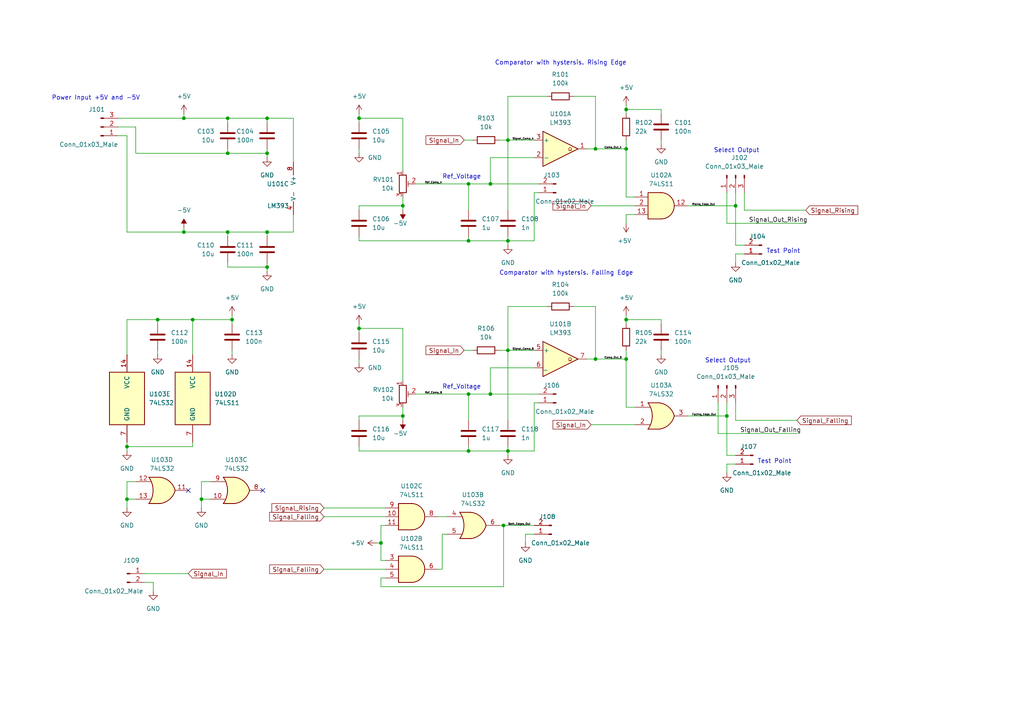
<source format=kicad_sch>
(kicad_sch (version 20211123) (generator eeschema)

  (uuid b87ec9d8-771d-40d6-860e-4c10bb434d0b)

  (paper "A4")

  (title_block
    (title "Digital Delay Rising Edge and Falling Edge ")
    (date "2022-07-09")
    (rev "1")
  )

  (lib_symbols
    (symbol "74xx:74LS11" (pin_names (offset 1.016)) (in_bom yes) (on_board yes)
      (property "Reference" "U" (id 0) (at 0 1.27 0)
        (effects (font (size 1.27 1.27)))
      )
      (property "Value" "74LS11" (id 1) (at 0 -1.27 0)
        (effects (font (size 1.27 1.27)))
      )
      (property "Footprint" "" (id 2) (at 0 0 0)
        (effects (font (size 1.27 1.27)) hide)
      )
      (property "Datasheet" "http://www.ti.com/lit/gpn/sn74LS11" (id 3) (at 0 0 0)
        (effects (font (size 1.27 1.27)) hide)
      )
      (property "ki_locked" "" (id 4) (at 0 0 0)
        (effects (font (size 1.27 1.27)))
      )
      (property "ki_keywords" "TTL And3" (id 5) (at 0 0 0)
        (effects (font (size 1.27 1.27)) hide)
      )
      (property "ki_description" "Triple 3-input AND" (id 6) (at 0 0 0)
        (effects (font (size 1.27 1.27)) hide)
      )
      (property "ki_fp_filters" "DIP*W7.62mm*" (id 7) (at 0 0 0)
        (effects (font (size 1.27 1.27)) hide)
      )
      (symbol "74LS11_1_1"
        (arc (start 0 -3.81) (mid 3.81 0) (end 0 3.81)
          (stroke (width 0.254) (type default) (color 0 0 0 0))
          (fill (type background))
        )
        (polyline
          (pts
            (xy 0 3.81)
            (xy -3.81 3.81)
            (xy -3.81 -3.81)
            (xy 0 -3.81)
          )
          (stroke (width 0.254) (type default) (color 0 0 0 0))
          (fill (type background))
        )
        (pin input line (at -7.62 2.54 0) (length 3.81)
          (name "~" (effects (font (size 1.27 1.27))))
          (number "1" (effects (font (size 1.27 1.27))))
        )
        (pin output line (at 7.62 0 180) (length 3.81)
          (name "~" (effects (font (size 1.27 1.27))))
          (number "12" (effects (font (size 1.27 1.27))))
        )
        (pin input line (at -7.62 -2.54 0) (length 3.81)
          (name "~" (effects (font (size 1.27 1.27))))
          (number "13" (effects (font (size 1.27 1.27))))
        )
        (pin input line (at -7.62 0 0) (length 3.81)
          (name "~" (effects (font (size 1.27 1.27))))
          (number "2" (effects (font (size 1.27 1.27))))
        )
      )
      (symbol "74LS11_1_2"
        (arc (start -3.81 -3.81) (mid -2.589 0) (end -3.81 3.81)
          (stroke (width 0.254) (type default) (color 0 0 0 0))
          (fill (type none))
        )
        (arc (start -0.6096 -3.81) (mid 2.1842 -2.5851) (end 3.81 0)
          (stroke (width 0.254) (type default) (color 0 0 0 0))
          (fill (type background))
        )
        (polyline
          (pts
            (xy -3.81 -3.81)
            (xy -0.635 -3.81)
          )
          (stroke (width 0.254) (type default) (color 0 0 0 0))
          (fill (type background))
        )
        (polyline
          (pts
            (xy -3.81 3.81)
            (xy -0.635 3.81)
          )
          (stroke (width 0.254) (type default) (color 0 0 0 0))
          (fill (type background))
        )
        (polyline
          (pts
            (xy -0.635 3.81)
            (xy -3.81 3.81)
            (xy -3.81 3.81)
            (xy -3.556 3.4036)
            (xy -3.0226 2.2606)
            (xy -2.6924 1.0414)
            (xy -2.6162 -0.254)
            (xy -2.7686 -1.4986)
            (xy -3.175 -2.7178)
            (xy -3.81 -3.81)
            (xy -3.81 -3.81)
            (xy -0.635 -3.81)
          )
          (stroke (width -25.4) (type default) (color 0 0 0 0))
          (fill (type background))
        )
        (arc (start 3.81 0) (mid 2.1915 2.5936) (end -0.6096 3.81)
          (stroke (width 0.254) (type default) (color 0 0 0 0))
          (fill (type background))
        )
        (pin input inverted (at -7.62 2.54 0) (length 4.318)
          (name "~" (effects (font (size 1.27 1.27))))
          (number "1" (effects (font (size 1.27 1.27))))
        )
        (pin output inverted (at 7.62 0 180) (length 3.81)
          (name "~" (effects (font (size 1.27 1.27))))
          (number "12" (effects (font (size 1.27 1.27))))
        )
        (pin input inverted (at -7.62 -2.54 0) (length 4.318)
          (name "~" (effects (font (size 1.27 1.27))))
          (number "13" (effects (font (size 1.27 1.27))))
        )
        (pin input inverted (at -7.62 0 0) (length 4.953)
          (name "~" (effects (font (size 1.27 1.27))))
          (number "2" (effects (font (size 1.27 1.27))))
        )
      )
      (symbol "74LS11_2_1"
        (arc (start 0 -3.81) (mid 3.81 0) (end 0 3.81)
          (stroke (width 0.254) (type default) (color 0 0 0 0))
          (fill (type background))
        )
        (polyline
          (pts
            (xy 0 3.81)
            (xy -3.81 3.81)
            (xy -3.81 -3.81)
            (xy 0 -3.81)
          )
          (stroke (width 0.254) (type default) (color 0 0 0 0))
          (fill (type background))
        )
        (pin input line (at -7.62 2.54 0) (length 3.81)
          (name "~" (effects (font (size 1.27 1.27))))
          (number "3" (effects (font (size 1.27 1.27))))
        )
        (pin input line (at -7.62 0 0) (length 3.81)
          (name "~" (effects (font (size 1.27 1.27))))
          (number "4" (effects (font (size 1.27 1.27))))
        )
        (pin input line (at -7.62 -2.54 0) (length 3.81)
          (name "~" (effects (font (size 1.27 1.27))))
          (number "5" (effects (font (size 1.27 1.27))))
        )
        (pin output line (at 7.62 0 180) (length 3.81)
          (name "~" (effects (font (size 1.27 1.27))))
          (number "6" (effects (font (size 1.27 1.27))))
        )
      )
      (symbol "74LS11_2_2"
        (arc (start -3.81 -3.81) (mid -2.589 0) (end -3.81 3.81)
          (stroke (width 0.254) (type default) (color 0 0 0 0))
          (fill (type none))
        )
        (arc (start -0.6096 -3.81) (mid 2.1842 -2.5851) (end 3.81 0)
          (stroke (width 0.254) (type default) (color 0 0 0 0))
          (fill (type background))
        )
        (polyline
          (pts
            (xy -3.81 -3.81)
            (xy -0.635 -3.81)
          )
          (stroke (width 0.254) (type default) (color 0 0 0 0))
          (fill (type background))
        )
        (polyline
          (pts
            (xy -3.81 3.81)
            (xy -0.635 3.81)
          )
          (stroke (width 0.254) (type default) (color 0 0 0 0))
          (fill (type background))
        )
        (polyline
          (pts
            (xy -0.635 3.81)
            (xy -3.81 3.81)
            (xy -3.81 3.81)
            (xy -3.556 3.4036)
            (xy -3.0226 2.2606)
            (xy -2.6924 1.0414)
            (xy -2.6162 -0.254)
            (xy -2.7686 -1.4986)
            (xy -3.175 -2.7178)
            (xy -3.81 -3.81)
            (xy -3.81 -3.81)
            (xy -0.635 -3.81)
          )
          (stroke (width -25.4) (type default) (color 0 0 0 0))
          (fill (type background))
        )
        (arc (start 3.81 0) (mid 2.1915 2.5936) (end -0.6096 3.81)
          (stroke (width 0.254) (type default) (color 0 0 0 0))
          (fill (type background))
        )
        (pin input inverted (at -7.62 2.54 0) (length 4.318)
          (name "~" (effects (font (size 1.27 1.27))))
          (number "3" (effects (font (size 1.27 1.27))))
        )
        (pin input inverted (at -7.62 0 0) (length 4.953)
          (name "~" (effects (font (size 1.27 1.27))))
          (number "4" (effects (font (size 1.27 1.27))))
        )
        (pin input inverted (at -7.62 -2.54 0) (length 4.318)
          (name "~" (effects (font (size 1.27 1.27))))
          (number "5" (effects (font (size 1.27 1.27))))
        )
        (pin output inverted (at 7.62 0 180) (length 3.81)
          (name "~" (effects (font (size 1.27 1.27))))
          (number "6" (effects (font (size 1.27 1.27))))
        )
      )
      (symbol "74LS11_3_1"
        (arc (start 0 -3.81) (mid 3.81 0) (end 0 3.81)
          (stroke (width 0.254) (type default) (color 0 0 0 0))
          (fill (type background))
        )
        (polyline
          (pts
            (xy 0 3.81)
            (xy -3.81 3.81)
            (xy -3.81 -3.81)
            (xy 0 -3.81)
          )
          (stroke (width 0.254) (type default) (color 0 0 0 0))
          (fill (type background))
        )
        (pin input line (at -7.62 0 0) (length 3.81)
          (name "~" (effects (font (size 1.27 1.27))))
          (number "10" (effects (font (size 1.27 1.27))))
        )
        (pin input line (at -7.62 -2.54 0) (length 3.81)
          (name "~" (effects (font (size 1.27 1.27))))
          (number "11" (effects (font (size 1.27 1.27))))
        )
        (pin output line (at 7.62 0 180) (length 3.81)
          (name "~" (effects (font (size 1.27 1.27))))
          (number "8" (effects (font (size 1.27 1.27))))
        )
        (pin input line (at -7.62 2.54 0) (length 3.81)
          (name "~" (effects (font (size 1.27 1.27))))
          (number "9" (effects (font (size 1.27 1.27))))
        )
      )
      (symbol "74LS11_3_2"
        (arc (start -3.81 -3.81) (mid -2.589 0) (end -3.81 3.81)
          (stroke (width 0.254) (type default) (color 0 0 0 0))
          (fill (type none))
        )
        (arc (start -0.6096 -3.81) (mid 2.1842 -2.5851) (end 3.81 0)
          (stroke (width 0.254) (type default) (color 0 0 0 0))
          (fill (type background))
        )
        (polyline
          (pts
            (xy -3.81 -3.81)
            (xy -0.635 -3.81)
          )
          (stroke (width 0.254) (type default) (color 0 0 0 0))
          (fill (type background))
        )
        (polyline
          (pts
            (xy -3.81 3.81)
            (xy -0.635 3.81)
          )
          (stroke (width 0.254) (type default) (color 0 0 0 0))
          (fill (type background))
        )
        (polyline
          (pts
            (xy -0.635 3.81)
            (xy -3.81 3.81)
            (xy -3.81 3.81)
            (xy -3.556 3.4036)
            (xy -3.0226 2.2606)
            (xy -2.6924 1.0414)
            (xy -2.6162 -0.254)
            (xy -2.7686 -1.4986)
            (xy -3.175 -2.7178)
            (xy -3.81 -3.81)
            (xy -3.81 -3.81)
            (xy -0.635 -3.81)
          )
          (stroke (width -25.4) (type default) (color 0 0 0 0))
          (fill (type background))
        )
        (arc (start 3.81 0) (mid 2.1915 2.5936) (end -0.6096 3.81)
          (stroke (width 0.254) (type default) (color 0 0 0 0))
          (fill (type background))
        )
        (pin input inverted (at -7.62 0 0) (length 4.953)
          (name "~" (effects (font (size 1.27 1.27))))
          (number "10" (effects (font (size 1.27 1.27))))
        )
        (pin input inverted (at -7.62 -2.54 0) (length 4.318)
          (name "~" (effects (font (size 1.27 1.27))))
          (number "11" (effects (font (size 1.27 1.27))))
        )
        (pin output inverted (at 7.62 0 180) (length 3.81)
          (name "~" (effects (font (size 1.27 1.27))))
          (number "8" (effects (font (size 1.27 1.27))))
        )
        (pin input inverted (at -7.62 2.54 0) (length 4.318)
          (name "~" (effects (font (size 1.27 1.27))))
          (number "9" (effects (font (size 1.27 1.27))))
        )
      )
      (symbol "74LS11_4_0"
        (pin power_in line (at 0 12.7 270) (length 5.08)
          (name "VCC" (effects (font (size 1.27 1.27))))
          (number "14" (effects (font (size 1.27 1.27))))
        )
        (pin power_in line (at 0 -12.7 90) (length 5.08)
          (name "GND" (effects (font (size 1.27 1.27))))
          (number "7" (effects (font (size 1.27 1.27))))
        )
      )
      (symbol "74LS11_4_1"
        (rectangle (start -5.08 7.62) (end 5.08 -7.62)
          (stroke (width 0.254) (type default) (color 0 0 0 0))
          (fill (type background))
        )
      )
    )
    (symbol "74xx:74LS32" (pin_names (offset 1.016)) (in_bom yes) (on_board yes)
      (property "Reference" "U" (id 0) (at 0 1.27 0)
        (effects (font (size 1.27 1.27)))
      )
      (property "Value" "74LS32" (id 1) (at 0 -1.27 0)
        (effects (font (size 1.27 1.27)))
      )
      (property "Footprint" "" (id 2) (at 0 0 0)
        (effects (font (size 1.27 1.27)) hide)
      )
      (property "Datasheet" "http://www.ti.com/lit/gpn/sn74LS32" (id 3) (at 0 0 0)
        (effects (font (size 1.27 1.27)) hide)
      )
      (property "ki_locked" "" (id 4) (at 0 0 0)
        (effects (font (size 1.27 1.27)))
      )
      (property "ki_keywords" "TTL Or2" (id 5) (at 0 0 0)
        (effects (font (size 1.27 1.27)) hide)
      )
      (property "ki_description" "Quad 2-input OR" (id 6) (at 0 0 0)
        (effects (font (size 1.27 1.27)) hide)
      )
      (property "ki_fp_filters" "DIP?14*" (id 7) (at 0 0 0)
        (effects (font (size 1.27 1.27)) hide)
      )
      (symbol "74LS32_1_1"
        (arc (start -3.81 -3.81) (mid -2.589 0) (end -3.81 3.81)
          (stroke (width 0.254) (type default) (color 0 0 0 0))
          (fill (type none))
        )
        (arc (start -0.6096 -3.81) (mid 2.1842 -2.5851) (end 3.81 0)
          (stroke (width 0.254) (type default) (color 0 0 0 0))
          (fill (type background))
        )
        (polyline
          (pts
            (xy -3.81 -3.81)
            (xy -0.635 -3.81)
          )
          (stroke (width 0.254) (type default) (color 0 0 0 0))
          (fill (type background))
        )
        (polyline
          (pts
            (xy -3.81 3.81)
            (xy -0.635 3.81)
          )
          (stroke (width 0.254) (type default) (color 0 0 0 0))
          (fill (type background))
        )
        (polyline
          (pts
            (xy -0.635 3.81)
            (xy -3.81 3.81)
            (xy -3.81 3.81)
            (xy -3.556 3.4036)
            (xy -3.0226 2.2606)
            (xy -2.6924 1.0414)
            (xy -2.6162 -0.254)
            (xy -2.7686 -1.4986)
            (xy -3.175 -2.7178)
            (xy -3.81 -3.81)
            (xy -3.81 -3.81)
            (xy -0.635 -3.81)
          )
          (stroke (width -25.4) (type default) (color 0 0 0 0))
          (fill (type background))
        )
        (arc (start 3.81 0) (mid 2.1915 2.5936) (end -0.6096 3.81)
          (stroke (width 0.254) (type default) (color 0 0 0 0))
          (fill (type background))
        )
        (pin input line (at -7.62 2.54 0) (length 4.318)
          (name "~" (effects (font (size 1.27 1.27))))
          (number "1" (effects (font (size 1.27 1.27))))
        )
        (pin input line (at -7.62 -2.54 0) (length 4.318)
          (name "~" (effects (font (size 1.27 1.27))))
          (number "2" (effects (font (size 1.27 1.27))))
        )
        (pin output line (at 7.62 0 180) (length 3.81)
          (name "~" (effects (font (size 1.27 1.27))))
          (number "3" (effects (font (size 1.27 1.27))))
        )
      )
      (symbol "74LS32_1_2"
        (arc (start 0 -3.81) (mid 3.81 0) (end 0 3.81)
          (stroke (width 0.254) (type default) (color 0 0 0 0))
          (fill (type background))
        )
        (polyline
          (pts
            (xy 0 3.81)
            (xy -3.81 3.81)
            (xy -3.81 -3.81)
            (xy 0 -3.81)
          )
          (stroke (width 0.254) (type default) (color 0 0 0 0))
          (fill (type background))
        )
        (pin input inverted (at -7.62 2.54 0) (length 3.81)
          (name "~" (effects (font (size 1.27 1.27))))
          (number "1" (effects (font (size 1.27 1.27))))
        )
        (pin input inverted (at -7.62 -2.54 0) (length 3.81)
          (name "~" (effects (font (size 1.27 1.27))))
          (number "2" (effects (font (size 1.27 1.27))))
        )
        (pin output inverted (at 7.62 0 180) (length 3.81)
          (name "~" (effects (font (size 1.27 1.27))))
          (number "3" (effects (font (size 1.27 1.27))))
        )
      )
      (symbol "74LS32_2_1"
        (arc (start -3.81 -3.81) (mid -2.589 0) (end -3.81 3.81)
          (stroke (width 0.254) (type default) (color 0 0 0 0))
          (fill (type none))
        )
        (arc (start -0.6096 -3.81) (mid 2.1842 -2.5851) (end 3.81 0)
          (stroke (width 0.254) (type default) (color 0 0 0 0))
          (fill (type background))
        )
        (polyline
          (pts
            (xy -3.81 -3.81)
            (xy -0.635 -3.81)
          )
          (stroke (width 0.254) (type default) (color 0 0 0 0))
          (fill (type background))
        )
        (polyline
          (pts
            (xy -3.81 3.81)
            (xy -0.635 3.81)
          )
          (stroke (width 0.254) (type default) (color 0 0 0 0))
          (fill (type background))
        )
        (polyline
          (pts
            (xy -0.635 3.81)
            (xy -3.81 3.81)
            (xy -3.81 3.81)
            (xy -3.556 3.4036)
            (xy -3.0226 2.2606)
            (xy -2.6924 1.0414)
            (xy -2.6162 -0.254)
            (xy -2.7686 -1.4986)
            (xy -3.175 -2.7178)
            (xy -3.81 -3.81)
            (xy -3.81 -3.81)
            (xy -0.635 -3.81)
          )
          (stroke (width -25.4) (type default) (color 0 0 0 0))
          (fill (type background))
        )
        (arc (start 3.81 0) (mid 2.1915 2.5936) (end -0.6096 3.81)
          (stroke (width 0.254) (type default) (color 0 0 0 0))
          (fill (type background))
        )
        (pin input line (at -7.62 2.54 0) (length 4.318)
          (name "~" (effects (font (size 1.27 1.27))))
          (number "4" (effects (font (size 1.27 1.27))))
        )
        (pin input line (at -7.62 -2.54 0) (length 4.318)
          (name "~" (effects (font (size 1.27 1.27))))
          (number "5" (effects (font (size 1.27 1.27))))
        )
        (pin output line (at 7.62 0 180) (length 3.81)
          (name "~" (effects (font (size 1.27 1.27))))
          (number "6" (effects (font (size 1.27 1.27))))
        )
      )
      (symbol "74LS32_2_2"
        (arc (start 0 -3.81) (mid 3.81 0) (end 0 3.81)
          (stroke (width 0.254) (type default) (color 0 0 0 0))
          (fill (type background))
        )
        (polyline
          (pts
            (xy 0 3.81)
            (xy -3.81 3.81)
            (xy -3.81 -3.81)
            (xy 0 -3.81)
          )
          (stroke (width 0.254) (type default) (color 0 0 0 0))
          (fill (type background))
        )
        (pin input inverted (at -7.62 2.54 0) (length 3.81)
          (name "~" (effects (font (size 1.27 1.27))))
          (number "4" (effects (font (size 1.27 1.27))))
        )
        (pin input inverted (at -7.62 -2.54 0) (length 3.81)
          (name "~" (effects (font (size 1.27 1.27))))
          (number "5" (effects (font (size 1.27 1.27))))
        )
        (pin output inverted (at 7.62 0 180) (length 3.81)
          (name "~" (effects (font (size 1.27 1.27))))
          (number "6" (effects (font (size 1.27 1.27))))
        )
      )
      (symbol "74LS32_3_1"
        (arc (start -3.81 -3.81) (mid -2.589 0) (end -3.81 3.81)
          (stroke (width 0.254) (type default) (color 0 0 0 0))
          (fill (type none))
        )
        (arc (start -0.6096 -3.81) (mid 2.1842 -2.5851) (end 3.81 0)
          (stroke (width 0.254) (type default) (color 0 0 0 0))
          (fill (type background))
        )
        (polyline
          (pts
            (xy -3.81 -3.81)
            (xy -0.635 -3.81)
          )
          (stroke (width 0.254) (type default) (color 0 0 0 0))
          (fill (type background))
        )
        (polyline
          (pts
            (xy -3.81 3.81)
            (xy -0.635 3.81)
          )
          (stroke (width 0.254) (type default) (color 0 0 0 0))
          (fill (type background))
        )
        (polyline
          (pts
            (xy -0.635 3.81)
            (xy -3.81 3.81)
            (xy -3.81 3.81)
            (xy -3.556 3.4036)
            (xy -3.0226 2.2606)
            (xy -2.6924 1.0414)
            (xy -2.6162 -0.254)
            (xy -2.7686 -1.4986)
            (xy -3.175 -2.7178)
            (xy -3.81 -3.81)
            (xy -3.81 -3.81)
            (xy -0.635 -3.81)
          )
          (stroke (width -25.4) (type default) (color 0 0 0 0))
          (fill (type background))
        )
        (arc (start 3.81 0) (mid 2.1915 2.5936) (end -0.6096 3.81)
          (stroke (width 0.254) (type default) (color 0 0 0 0))
          (fill (type background))
        )
        (pin input line (at -7.62 -2.54 0) (length 4.318)
          (name "~" (effects (font (size 1.27 1.27))))
          (number "10" (effects (font (size 1.27 1.27))))
        )
        (pin output line (at 7.62 0 180) (length 3.81)
          (name "~" (effects (font (size 1.27 1.27))))
          (number "8" (effects (font (size 1.27 1.27))))
        )
        (pin input line (at -7.62 2.54 0) (length 4.318)
          (name "~" (effects (font (size 1.27 1.27))))
          (number "9" (effects (font (size 1.27 1.27))))
        )
      )
      (symbol "74LS32_3_2"
        (arc (start 0 -3.81) (mid 3.81 0) (end 0 3.81)
          (stroke (width 0.254) (type default) (color 0 0 0 0))
          (fill (type background))
        )
        (polyline
          (pts
            (xy 0 3.81)
            (xy -3.81 3.81)
            (xy -3.81 -3.81)
            (xy 0 -3.81)
          )
          (stroke (width 0.254) (type default) (color 0 0 0 0))
          (fill (type background))
        )
        (pin input inverted (at -7.62 -2.54 0) (length 3.81)
          (name "~" (effects (font (size 1.27 1.27))))
          (number "10" (effects (font (size 1.27 1.27))))
        )
        (pin output inverted (at 7.62 0 180) (length 3.81)
          (name "~" (effects (font (size 1.27 1.27))))
          (number "8" (effects (font (size 1.27 1.27))))
        )
        (pin input inverted (at -7.62 2.54 0) (length 3.81)
          (name "~" (effects (font (size 1.27 1.27))))
          (number "9" (effects (font (size 1.27 1.27))))
        )
      )
      (symbol "74LS32_4_1"
        (arc (start -3.81 -3.81) (mid -2.589 0) (end -3.81 3.81)
          (stroke (width 0.254) (type default) (color 0 0 0 0))
          (fill (type none))
        )
        (arc (start -0.6096 -3.81) (mid 2.1842 -2.5851) (end 3.81 0)
          (stroke (width 0.254) (type default) (color 0 0 0 0))
          (fill (type background))
        )
        (polyline
          (pts
            (xy -3.81 -3.81)
            (xy -0.635 -3.81)
          )
          (stroke (width 0.254) (type default) (color 0 0 0 0))
          (fill (type background))
        )
        (polyline
          (pts
            (xy -3.81 3.81)
            (xy -0.635 3.81)
          )
          (stroke (width 0.254) (type default) (color 0 0 0 0))
          (fill (type background))
        )
        (polyline
          (pts
            (xy -0.635 3.81)
            (xy -3.81 3.81)
            (xy -3.81 3.81)
            (xy -3.556 3.4036)
            (xy -3.0226 2.2606)
            (xy -2.6924 1.0414)
            (xy -2.6162 -0.254)
            (xy -2.7686 -1.4986)
            (xy -3.175 -2.7178)
            (xy -3.81 -3.81)
            (xy -3.81 -3.81)
            (xy -0.635 -3.81)
          )
          (stroke (width -25.4) (type default) (color 0 0 0 0))
          (fill (type background))
        )
        (arc (start 3.81 0) (mid 2.1915 2.5936) (end -0.6096 3.81)
          (stroke (width 0.254) (type default) (color 0 0 0 0))
          (fill (type background))
        )
        (pin output line (at 7.62 0 180) (length 3.81)
          (name "~" (effects (font (size 1.27 1.27))))
          (number "11" (effects (font (size 1.27 1.27))))
        )
        (pin input line (at -7.62 2.54 0) (length 4.318)
          (name "~" (effects (font (size 1.27 1.27))))
          (number "12" (effects (font (size 1.27 1.27))))
        )
        (pin input line (at -7.62 -2.54 0) (length 4.318)
          (name "~" (effects (font (size 1.27 1.27))))
          (number "13" (effects (font (size 1.27 1.27))))
        )
      )
      (symbol "74LS32_4_2"
        (arc (start 0 -3.81) (mid 3.81 0) (end 0 3.81)
          (stroke (width 0.254) (type default) (color 0 0 0 0))
          (fill (type background))
        )
        (polyline
          (pts
            (xy 0 3.81)
            (xy -3.81 3.81)
            (xy -3.81 -3.81)
            (xy 0 -3.81)
          )
          (stroke (width 0.254) (type default) (color 0 0 0 0))
          (fill (type background))
        )
        (pin output inverted (at 7.62 0 180) (length 3.81)
          (name "~" (effects (font (size 1.27 1.27))))
          (number "11" (effects (font (size 1.27 1.27))))
        )
        (pin input inverted (at -7.62 2.54 0) (length 3.81)
          (name "~" (effects (font (size 1.27 1.27))))
          (number "12" (effects (font (size 1.27 1.27))))
        )
        (pin input inverted (at -7.62 -2.54 0) (length 3.81)
          (name "~" (effects (font (size 1.27 1.27))))
          (number "13" (effects (font (size 1.27 1.27))))
        )
      )
      (symbol "74LS32_5_0"
        (pin power_in line (at 0 12.7 270) (length 5.08)
          (name "VCC" (effects (font (size 1.27 1.27))))
          (number "14" (effects (font (size 1.27 1.27))))
        )
        (pin power_in line (at 0 -12.7 90) (length 5.08)
          (name "GND" (effects (font (size 1.27 1.27))))
          (number "7" (effects (font (size 1.27 1.27))))
        )
      )
      (symbol "74LS32_5_1"
        (rectangle (start -5.08 7.62) (end 5.08 -7.62)
          (stroke (width 0.254) (type default) (color 0 0 0 0))
          (fill (type background))
        )
      )
    )
    (symbol "Comparator:LM393" (pin_names (offset 0.127)) (in_bom yes) (on_board yes)
      (property "Reference" "U" (id 0) (at 3.81 3.81 0)
        (effects (font (size 1.27 1.27)))
      )
      (property "Value" "LM393" (id 1) (at 6.35 -3.81 0)
        (effects (font (size 1.27 1.27)))
      )
      (property "Footprint" "" (id 2) (at 0 0 0)
        (effects (font (size 1.27 1.27)) hide)
      )
      (property "Datasheet" "http://www.ti.com/lit/ds/symlink/lm393.pdf" (id 3) (at 0 0 0)
        (effects (font (size 1.27 1.27)) hide)
      )
      (property "ki_locked" "" (id 4) (at 0 0 0)
        (effects (font (size 1.27 1.27)))
      )
      (property "ki_keywords" "cmp open collector" (id 5) (at 0 0 0)
        (effects (font (size 1.27 1.27)) hide)
      )
      (property "ki_description" "Low-Power, Low-Offset Voltage, Dual Comparators, DIP-8/SOIC-8/TO-99-8" (id 6) (at 0 0 0)
        (effects (font (size 1.27 1.27)) hide)
      )
      (property "ki_fp_filters" "SOIC*3.9x4.9mm*P1.27mm* DIP*W7.62mm* SOP*5.28x5.23mm*P1.27mm* VSSOP*3.0x3.0mm*P0.65mm* TSSOP*4.4x3mm*P0.65mm*" (id 7) (at 0 0 0)
        (effects (font (size 1.27 1.27)) hide)
      )
      (symbol "LM393_1_1"
        (polyline
          (pts
            (xy -5.08 5.08)
            (xy 5.08 0)
            (xy -5.08 -5.08)
            (xy -5.08 5.08)
          )
          (stroke (width 0.254) (type default) (color 0 0 0 0))
          (fill (type background))
        )
        (polyline
          (pts
            (xy 3.302 -0.508)
            (xy 2.794 -0.508)
            (xy 3.302 0)
            (xy 2.794 0.508)
            (xy 2.286 0)
            (xy 2.794 -0.508)
            (xy 2.286 -0.508)
          )
          (stroke (width 0.127) (type default) (color 0 0 0 0))
          (fill (type none))
        )
        (pin open_collector line (at 7.62 0 180) (length 2.54)
          (name "~" (effects (font (size 1.27 1.27))))
          (number "1" (effects (font (size 1.27 1.27))))
        )
        (pin input line (at -7.62 -2.54 0) (length 2.54)
          (name "-" (effects (font (size 1.27 1.27))))
          (number "2" (effects (font (size 1.27 1.27))))
        )
        (pin input line (at -7.62 2.54 0) (length 2.54)
          (name "+" (effects (font (size 1.27 1.27))))
          (number "3" (effects (font (size 1.27 1.27))))
        )
      )
      (symbol "LM393_2_1"
        (polyline
          (pts
            (xy -5.08 5.08)
            (xy 5.08 0)
            (xy -5.08 -5.08)
            (xy -5.08 5.08)
          )
          (stroke (width 0.254) (type default) (color 0 0 0 0))
          (fill (type background))
        )
        (polyline
          (pts
            (xy 3.302 -0.508)
            (xy 2.794 -0.508)
            (xy 3.302 0)
            (xy 2.794 0.508)
            (xy 2.286 0)
            (xy 2.794 -0.508)
            (xy 2.286 -0.508)
          )
          (stroke (width 0.127) (type default) (color 0 0 0 0))
          (fill (type none))
        )
        (pin input line (at -7.62 2.54 0) (length 2.54)
          (name "+" (effects (font (size 1.27 1.27))))
          (number "5" (effects (font (size 1.27 1.27))))
        )
        (pin input line (at -7.62 -2.54 0) (length 2.54)
          (name "_" (effects (font (size 1.27 1.27))))
          (number "6" (effects (font (size 1.27 1.27))))
        )
        (pin open_collector line (at 7.62 0 180) (length 2.54)
          (name "~" (effects (font (size 1.27 1.27))))
          (number "7" (effects (font (size 1.27 1.27))))
        )
      )
      (symbol "LM393_3_1"
        (pin power_in line (at -2.54 -7.62 90) (length 3.81)
          (name "V-" (effects (font (size 1.27 1.27))))
          (number "4" (effects (font (size 1.27 1.27))))
        )
        (pin power_in line (at -2.54 7.62 270) (length 3.81)
          (name "V+" (effects (font (size 1.27 1.27))))
          (number "8" (effects (font (size 1.27 1.27))))
        )
      )
    )
    (symbol "Connector:Conn_01x02_Male" (pin_names (offset 1.016) hide) (in_bom yes) (on_board yes)
      (property "Reference" "J" (id 0) (at 0 2.54 0)
        (effects (font (size 1.27 1.27)))
      )
      (property "Value" "Conn_01x02_Male" (id 1) (at 0 -5.08 0)
        (effects (font (size 1.27 1.27)))
      )
      (property "Footprint" "" (id 2) (at 0 0 0)
        (effects (font (size 1.27 1.27)) hide)
      )
      (property "Datasheet" "~" (id 3) (at 0 0 0)
        (effects (font (size 1.27 1.27)) hide)
      )
      (property "ki_keywords" "connector" (id 4) (at 0 0 0)
        (effects (font (size 1.27 1.27)) hide)
      )
      (property "ki_description" "Generic connector, single row, 01x02, script generated (kicad-library-utils/schlib/autogen/connector/)" (id 5) (at 0 0 0)
        (effects (font (size 1.27 1.27)) hide)
      )
      (property "ki_fp_filters" "Connector*:*_1x??_*" (id 6) (at 0 0 0)
        (effects (font (size 1.27 1.27)) hide)
      )
      (symbol "Conn_01x02_Male_1_1"
        (polyline
          (pts
            (xy 1.27 -2.54)
            (xy 0.8636 -2.54)
          )
          (stroke (width 0.1524) (type default) (color 0 0 0 0))
          (fill (type none))
        )
        (polyline
          (pts
            (xy 1.27 0)
            (xy 0.8636 0)
          )
          (stroke (width 0.1524) (type default) (color 0 0 0 0))
          (fill (type none))
        )
        (rectangle (start 0.8636 -2.413) (end 0 -2.667)
          (stroke (width 0.1524) (type default) (color 0 0 0 0))
          (fill (type outline))
        )
        (rectangle (start 0.8636 0.127) (end 0 -0.127)
          (stroke (width 0.1524) (type default) (color 0 0 0 0))
          (fill (type outline))
        )
        (pin passive line (at 5.08 0 180) (length 3.81)
          (name "Pin_1" (effects (font (size 1.27 1.27))))
          (number "1" (effects (font (size 1.27 1.27))))
        )
        (pin passive line (at 5.08 -2.54 180) (length 3.81)
          (name "Pin_2" (effects (font (size 1.27 1.27))))
          (number "2" (effects (font (size 1.27 1.27))))
        )
      )
    )
    (symbol "Connector:Conn_01x03_Male" (pin_names (offset 1.016) hide) (in_bom yes) (on_board yes)
      (property "Reference" "J" (id 0) (at 0 5.08 0)
        (effects (font (size 1.27 1.27)))
      )
      (property "Value" "Conn_01x03_Male" (id 1) (at 0 -5.08 0)
        (effects (font (size 1.27 1.27)))
      )
      (property "Footprint" "" (id 2) (at 0 0 0)
        (effects (font (size 1.27 1.27)) hide)
      )
      (property "Datasheet" "~" (id 3) (at 0 0 0)
        (effects (font (size 1.27 1.27)) hide)
      )
      (property "ki_keywords" "connector" (id 4) (at 0 0 0)
        (effects (font (size 1.27 1.27)) hide)
      )
      (property "ki_description" "Generic connector, single row, 01x03, script generated (kicad-library-utils/schlib/autogen/connector/)" (id 5) (at 0 0 0)
        (effects (font (size 1.27 1.27)) hide)
      )
      (property "ki_fp_filters" "Connector*:*_1x??_*" (id 6) (at 0 0 0)
        (effects (font (size 1.27 1.27)) hide)
      )
      (symbol "Conn_01x03_Male_1_1"
        (polyline
          (pts
            (xy 1.27 -2.54)
            (xy 0.8636 -2.54)
          )
          (stroke (width 0.1524) (type default) (color 0 0 0 0))
          (fill (type none))
        )
        (polyline
          (pts
            (xy 1.27 0)
            (xy 0.8636 0)
          )
          (stroke (width 0.1524) (type default) (color 0 0 0 0))
          (fill (type none))
        )
        (polyline
          (pts
            (xy 1.27 2.54)
            (xy 0.8636 2.54)
          )
          (stroke (width 0.1524) (type default) (color 0 0 0 0))
          (fill (type none))
        )
        (rectangle (start 0.8636 -2.413) (end 0 -2.667)
          (stroke (width 0.1524) (type default) (color 0 0 0 0))
          (fill (type outline))
        )
        (rectangle (start 0.8636 0.127) (end 0 -0.127)
          (stroke (width 0.1524) (type default) (color 0 0 0 0))
          (fill (type outline))
        )
        (rectangle (start 0.8636 2.667) (end 0 2.413)
          (stroke (width 0.1524) (type default) (color 0 0 0 0))
          (fill (type outline))
        )
        (pin passive line (at 5.08 2.54 180) (length 3.81)
          (name "Pin_1" (effects (font (size 1.27 1.27))))
          (number "1" (effects (font (size 1.27 1.27))))
        )
        (pin passive line (at 5.08 0 180) (length 3.81)
          (name "Pin_2" (effects (font (size 1.27 1.27))))
          (number "2" (effects (font (size 1.27 1.27))))
        )
        (pin passive line (at 5.08 -2.54 180) (length 3.81)
          (name "Pin_3" (effects (font (size 1.27 1.27))))
          (number "3" (effects (font (size 1.27 1.27))))
        )
      )
    )
    (symbol "Device:C" (pin_numbers hide) (pin_names (offset 0.254)) (in_bom yes) (on_board yes)
      (property "Reference" "C" (id 0) (at 0.635 2.54 0)
        (effects (font (size 1.27 1.27)) (justify left))
      )
      (property "Value" "C" (id 1) (at 0.635 -2.54 0)
        (effects (font (size 1.27 1.27)) (justify left))
      )
      (property "Footprint" "" (id 2) (at 0.9652 -3.81 0)
        (effects (font (size 1.27 1.27)) hide)
      )
      (property "Datasheet" "~" (id 3) (at 0 0 0)
        (effects (font (size 1.27 1.27)) hide)
      )
      (property "ki_keywords" "cap capacitor" (id 4) (at 0 0 0)
        (effects (font (size 1.27 1.27)) hide)
      )
      (property "ki_description" "Unpolarized capacitor" (id 5) (at 0 0 0)
        (effects (font (size 1.27 1.27)) hide)
      )
      (property "ki_fp_filters" "C_*" (id 6) (at 0 0 0)
        (effects (font (size 1.27 1.27)) hide)
      )
      (symbol "C_0_1"
        (polyline
          (pts
            (xy -2.032 -0.762)
            (xy 2.032 -0.762)
          )
          (stroke (width 0.508) (type default) (color 0 0 0 0))
          (fill (type none))
        )
        (polyline
          (pts
            (xy -2.032 0.762)
            (xy 2.032 0.762)
          )
          (stroke (width 0.508) (type default) (color 0 0 0 0))
          (fill (type none))
        )
      )
      (symbol "C_1_1"
        (pin passive line (at 0 3.81 270) (length 2.794)
          (name "~" (effects (font (size 1.27 1.27))))
          (number "1" (effects (font (size 1.27 1.27))))
        )
        (pin passive line (at 0 -3.81 90) (length 2.794)
          (name "~" (effects (font (size 1.27 1.27))))
          (number "2" (effects (font (size 1.27 1.27))))
        )
      )
    )
    (symbol "Device:R" (pin_numbers hide) (pin_names (offset 0)) (in_bom yes) (on_board yes)
      (property "Reference" "R" (id 0) (at 2.032 0 90)
        (effects (font (size 1.27 1.27)))
      )
      (property "Value" "R" (id 1) (at 0 0 90)
        (effects (font (size 1.27 1.27)))
      )
      (property "Footprint" "" (id 2) (at -1.778 0 90)
        (effects (font (size 1.27 1.27)) hide)
      )
      (property "Datasheet" "~" (id 3) (at 0 0 0)
        (effects (font (size 1.27 1.27)) hide)
      )
      (property "ki_keywords" "R res resistor" (id 4) (at 0 0 0)
        (effects (font (size 1.27 1.27)) hide)
      )
      (property "ki_description" "Resistor" (id 5) (at 0 0 0)
        (effects (font (size 1.27 1.27)) hide)
      )
      (property "ki_fp_filters" "R_*" (id 6) (at 0 0 0)
        (effects (font (size 1.27 1.27)) hide)
      )
      (symbol "R_0_1"
        (rectangle (start -1.016 -2.54) (end 1.016 2.54)
          (stroke (width 0.254) (type default) (color 0 0 0 0))
          (fill (type none))
        )
      )
      (symbol "R_1_1"
        (pin passive line (at 0 3.81 270) (length 1.27)
          (name "~" (effects (font (size 1.27 1.27))))
          (number "1" (effects (font (size 1.27 1.27))))
        )
        (pin passive line (at 0 -3.81 90) (length 1.27)
          (name "~" (effects (font (size 1.27 1.27))))
          (number "2" (effects (font (size 1.27 1.27))))
        )
      )
    )
    (symbol "Device:R_Potentiometer_Trim" (pin_names (offset 1.016) hide) (in_bom yes) (on_board yes)
      (property "Reference" "RV" (id 0) (at -4.445 0 90)
        (effects (font (size 1.27 1.27)))
      )
      (property "Value" "R_Potentiometer_Trim" (id 1) (at -2.54 0 90)
        (effects (font (size 1.27 1.27)))
      )
      (property "Footprint" "" (id 2) (at 0 0 0)
        (effects (font (size 1.27 1.27)) hide)
      )
      (property "Datasheet" "~" (id 3) (at 0 0 0)
        (effects (font (size 1.27 1.27)) hide)
      )
      (property "ki_keywords" "resistor variable trimpot trimmer" (id 4) (at 0 0 0)
        (effects (font (size 1.27 1.27)) hide)
      )
      (property "ki_description" "Trim-potentiometer" (id 5) (at 0 0 0)
        (effects (font (size 1.27 1.27)) hide)
      )
      (property "ki_fp_filters" "Potentiometer*" (id 6) (at 0 0 0)
        (effects (font (size 1.27 1.27)) hide)
      )
      (symbol "R_Potentiometer_Trim_0_1"
        (polyline
          (pts
            (xy 1.524 0.762)
            (xy 1.524 -0.762)
          )
          (stroke (width 0) (type default) (color 0 0 0 0))
          (fill (type none))
        )
        (polyline
          (pts
            (xy 2.54 0)
            (xy 1.524 0)
          )
          (stroke (width 0) (type default) (color 0 0 0 0))
          (fill (type none))
        )
        (rectangle (start 1.016 2.54) (end -1.016 -2.54)
          (stroke (width 0.254) (type default) (color 0 0 0 0))
          (fill (type none))
        )
      )
      (symbol "R_Potentiometer_Trim_1_1"
        (pin passive line (at 0 3.81 270) (length 1.27)
          (name "1" (effects (font (size 1.27 1.27))))
          (number "1" (effects (font (size 1.27 1.27))))
        )
        (pin passive line (at 3.81 0 180) (length 1.27)
          (name "2" (effects (font (size 1.27 1.27))))
          (number "2" (effects (font (size 1.27 1.27))))
        )
        (pin passive line (at 0 -3.81 90) (length 1.27)
          (name "3" (effects (font (size 1.27 1.27))))
          (number "3" (effects (font (size 1.27 1.27))))
        )
      )
    )
    (symbol "power:+5V" (power) (pin_names (offset 0)) (in_bom yes) (on_board yes)
      (property "Reference" "#PWR" (id 0) (at 0 -3.81 0)
        (effects (font (size 1.27 1.27)) hide)
      )
      (property "Value" "+5V" (id 1) (at 0 3.556 0)
        (effects (font (size 1.27 1.27)))
      )
      (property "Footprint" "" (id 2) (at 0 0 0)
        (effects (font (size 1.27 1.27)) hide)
      )
      (property "Datasheet" "" (id 3) (at 0 0 0)
        (effects (font (size 1.27 1.27)) hide)
      )
      (property "ki_keywords" "power-flag" (id 4) (at 0 0 0)
        (effects (font (size 1.27 1.27)) hide)
      )
      (property "ki_description" "Power symbol creates a global label with name \"+5V\"" (id 5) (at 0 0 0)
        (effects (font (size 1.27 1.27)) hide)
      )
      (symbol "+5V_0_1"
        (polyline
          (pts
            (xy -0.762 1.27)
            (xy 0 2.54)
          )
          (stroke (width 0) (type default) (color 0 0 0 0))
          (fill (type none))
        )
        (polyline
          (pts
            (xy 0 0)
            (xy 0 2.54)
          )
          (stroke (width 0) (type default) (color 0 0 0 0))
          (fill (type none))
        )
        (polyline
          (pts
            (xy 0 2.54)
            (xy 0.762 1.27)
          )
          (stroke (width 0) (type default) (color 0 0 0 0))
          (fill (type none))
        )
      )
      (symbol "+5V_1_1"
        (pin power_in line (at 0 0 90) (length 0) hide
          (name "+5V" (effects (font (size 1.27 1.27))))
          (number "1" (effects (font (size 1.27 1.27))))
        )
      )
    )
    (symbol "power:-5V" (power) (pin_names (offset 0)) (in_bom yes) (on_board yes)
      (property "Reference" "#PWR" (id 0) (at 0 2.54 0)
        (effects (font (size 1.27 1.27)) hide)
      )
      (property "Value" "-5V" (id 1) (at 0 3.81 0)
        (effects (font (size 1.27 1.27)))
      )
      (property "Footprint" "" (id 2) (at 0 0 0)
        (effects (font (size 1.27 1.27)) hide)
      )
      (property "Datasheet" "" (id 3) (at 0 0 0)
        (effects (font (size 1.27 1.27)) hide)
      )
      (property "ki_keywords" "power-flag" (id 4) (at 0 0 0)
        (effects (font (size 1.27 1.27)) hide)
      )
      (property "ki_description" "Power symbol creates a global label with name \"-5V\"" (id 5) (at 0 0 0)
        (effects (font (size 1.27 1.27)) hide)
      )
      (symbol "-5V_0_0"
        (pin power_in line (at 0 0 90) (length 0) hide
          (name "-5V" (effects (font (size 1.27 1.27))))
          (number "1" (effects (font (size 1.27 1.27))))
        )
      )
      (symbol "-5V_0_1"
        (polyline
          (pts
            (xy 0 0)
            (xy 0 1.27)
            (xy 0.762 1.27)
            (xy 0 2.54)
            (xy -0.762 1.27)
            (xy 0 1.27)
          )
          (stroke (width 0) (type default) (color 0 0 0 0))
          (fill (type outline))
        )
      )
    )
    (symbol "power:GND" (power) (pin_names (offset 0)) (in_bom yes) (on_board yes)
      (property "Reference" "#PWR" (id 0) (at 0 -6.35 0)
        (effects (font (size 1.27 1.27)) hide)
      )
      (property "Value" "GND" (id 1) (at 0 -3.81 0)
        (effects (font (size 1.27 1.27)))
      )
      (property "Footprint" "" (id 2) (at 0 0 0)
        (effects (font (size 1.27 1.27)) hide)
      )
      (property "Datasheet" "" (id 3) (at 0 0 0)
        (effects (font (size 1.27 1.27)) hide)
      )
      (property "ki_keywords" "power-flag" (id 4) (at 0 0 0)
        (effects (font (size 1.27 1.27)) hide)
      )
      (property "ki_description" "Power symbol creates a global label with name \"GND\" , ground" (id 5) (at 0 0 0)
        (effects (font (size 1.27 1.27)) hide)
      )
      (symbol "GND_0_1"
        (polyline
          (pts
            (xy 0 0)
            (xy 0 -1.27)
            (xy 1.27 -1.27)
            (xy 0 -2.54)
            (xy -1.27 -1.27)
            (xy 0 -1.27)
          )
          (stroke (width 0) (type default) (color 0 0 0 0))
          (fill (type none))
        )
      )
      (symbol "GND_1_1"
        (pin power_in line (at 0 0 270) (length 0) hide
          (name "GND" (effects (font (size 1.27 1.27))))
          (number "1" (effects (font (size 1.27 1.27))))
        )
      )
    )
  )

  (junction (at 77.47 44.45) (diameter 0) (color 0 0 0 0)
    (uuid 08076903-d365-4d14-a632-3af7ded0c193)
  )
  (junction (at 147.32 69.85) (diameter 0) (color 0 0 0 0)
    (uuid 13a861a0-0ab0-4ed6-8cb9-06be1a5a7d75)
  )
  (junction (at 45.72 92.71) (diameter 0) (color 0 0 0 0)
    (uuid 15e8e947-2a0c-49d2-9d2f-28c8ab912aab)
  )
  (junction (at 135.89 130.81) (diameter 0) (color 0 0 0 0)
    (uuid 208d0e7b-065f-4616-b957-a871f1c18dfa)
  )
  (junction (at 53.34 67.31) (diameter 0) (color 0 0 0 0)
    (uuid 23fad571-acfd-400c-b554-5d4f0ed36528)
  )
  (junction (at 135.89 69.85) (diameter 0) (color 0 0 0 0)
    (uuid 34fbb282-8c6c-4c9b-a766-ba55c1d6822d)
  )
  (junction (at 77.47 34.29) (diameter 0) (color 0 0 0 0)
    (uuid 3a5a50c5-50ac-43c2-bf74-32a368a44471)
  )
  (junction (at 116.84 59.69) (diameter 0) (color 0 0 0 0)
    (uuid 50eace20-63ee-432b-84e7-0dd53b9c023b)
  )
  (junction (at 135.89 114.3) (diameter 0) (color 0 0 0 0)
    (uuid 598c1da0-7665-4e21-8f8c-3478aceb9393)
  )
  (junction (at 67.31 92.71) (diameter 0) (color 0 0 0 0)
    (uuid 59dbcafa-6803-4ddb-8050-095de10cd72f)
  )
  (junction (at 147.32 40.64) (diameter 0) (color 0 0 0 0)
    (uuid 5dfaa78e-42a5-4362-909b-170b62e30052)
  )
  (junction (at 147.32 130.81) (diameter 0) (color 0 0 0 0)
    (uuid 6277acde-0173-47cf-9dad-dc52b8c3841f)
  )
  (junction (at 142.24 114.3) (diameter 0) (color 0 0 0 0)
    (uuid 649cd9d3-be88-48e5-afc2-c764de30a315)
  )
  (junction (at 181.61 92.71) (diameter 0) (color 0 0 0 0)
    (uuid 67ac38e1-ad54-49df-9813-77ee86fcc7a9)
  )
  (junction (at 66.04 44.45) (diameter 0) (color 0 0 0 0)
    (uuid 70d1cf6d-ba5a-4ecb-ada8-9a300018a277)
  )
  (junction (at 181.61 43.18) (diameter 0) (color 0 0 0 0)
    (uuid 7808c71e-7a65-4fe9-8434-3b39e4fb6a54)
  )
  (junction (at 172.72 43.18) (diameter 0) (color 0 0 0 0)
    (uuid 7e9d2de2-8f0b-4037-8112-c8c177a03298)
  )
  (junction (at 210.82 120.65) (diameter 0) (color 0 0 0 0)
    (uuid 814171de-4123-4160-b8f4-9ddd57d4c133)
  )
  (junction (at 181.61 31.75) (diameter 0) (color 0 0 0 0)
    (uuid 842cd02d-c04b-4088-b167-35f442ec9e79)
  )
  (junction (at 66.04 67.31) (diameter 0) (color 0 0 0 0)
    (uuid 8cd35762-50dd-4532-b812-18aa323e61f8)
  )
  (junction (at 77.47 77.47) (diameter 0) (color 0 0 0 0)
    (uuid 8fd21fd8-08a9-4ecd-90f2-db4bf6b3b600)
  )
  (junction (at 135.89 53.34) (diameter 0) (color 0 0 0 0)
    (uuid 96679d5d-f284-472d-b96a-21beaaf57367)
  )
  (junction (at 66.04 34.29) (diameter 0) (color 0 0 0 0)
    (uuid 98ff0fb4-7cd3-4b7c-bd08-afc05ec5036e)
  )
  (junction (at 181.61 104.14) (diameter 0) (color 0 0 0 0)
    (uuid 99c4ab4f-221c-4321-8444-40da76d5dbc2)
  )
  (junction (at 104.14 34.29) (diameter 0) (color 0 0 0 0)
    (uuid 9cabedb1-2d2a-45d5-8c53-a85e08d9d1ac)
  )
  (junction (at 55.88 92.71) (diameter 0) (color 0 0 0 0)
    (uuid 9ec7792d-3a7f-466a-8c04-855868ee4970)
  )
  (junction (at 77.47 67.31) (diameter 0) (color 0 0 0 0)
    (uuid 9f2d7153-5927-4856-91f7-a81e5c69c7f0)
  )
  (junction (at 36.83 144.78) (diameter 0) (color 0 0 0 0)
    (uuid a55af532-6873-48e1-ab9c-e65c7d40cd31)
  )
  (junction (at 213.36 59.69) (diameter 0) (color 0 0 0 0)
    (uuid a8f74bdf-9922-4d92-abce-f917e9190f8b)
  )
  (junction (at 110.49 157.48) (diameter 0) (color 0 0 0 0)
    (uuid ae805017-c769-45a1-a0f9-71c8f845ab9c)
  )
  (junction (at 116.84 120.65) (diameter 0) (color 0 0 0 0)
    (uuid c210caff-fe0f-4252-ae3e-97b437b93070)
  )
  (junction (at 58.42 144.78) (diameter 0) (color 0 0 0 0)
    (uuid c4036b89-3116-4c8f-9a9d-7c9fcfbca1f6)
  )
  (junction (at 172.72 104.14) (diameter 0) (color 0 0 0 0)
    (uuid cbb81472-bfab-4785-b9d5-fd740d55ebc5)
  )
  (junction (at 146.05 152.4) (diameter 0) (color 0 0 0 0)
    (uuid cbbdd4fa-a301-4185-ad82-956c658bb841)
  )
  (junction (at 53.34 34.29) (diameter 0) (color 0 0 0 0)
    (uuid e33f6c5c-8dc6-418d-bf13-f6fd92c1dfe5)
  )
  (junction (at 147.32 101.6) (diameter 0) (color 0 0 0 0)
    (uuid e973dedb-9124-4fbd-9d5f-23b5174f7d3c)
  )
  (junction (at 36.83 129.54) (diameter 0) (color 0 0 0 0)
    (uuid ef655eb6-3794-4da5-981e-0c1220c49edb)
  )
  (junction (at 104.14 95.25) (diameter 0) (color 0 0 0 0)
    (uuid f0703cea-8111-4772-9282-872b30c9bbd6)
  )
  (junction (at 142.24 53.34) (diameter 0) (color 0 0 0 0)
    (uuid f43dbc24-b16f-4e36-9220-93c6b8cb35e9)
  )

  (no_connect (at 54.61 142.24) (uuid 00fa27c1-32d0-4d5b-9e03-2ac7545ff7be))
  (no_connect (at 76.2 142.24) (uuid 00fa27c1-32d0-4d5b-9e03-2ac7545ff7bf))

  (wire (pts (xy 116.84 120.65) (xy 116.84 121.92))
    (stroke (width 0) (type default) (color 0 0 0 0))
    (uuid 061faf1b-2344-490b-9ed2-8d80be4bdf1d)
  )
  (wire (pts (xy 45.72 93.98) (xy 45.72 92.71))
    (stroke (width 0) (type default) (color 0 0 0 0))
    (uuid 068d7703-09fa-4e1c-a5b2-ddcb41faaabd)
  )
  (wire (pts (xy 104.14 60.96) (xy 104.14 59.69))
    (stroke (width 0) (type default) (color 0 0 0 0))
    (uuid 07b3981d-76ae-4803-a85b-9583f212564f)
  )
  (wire (pts (xy 181.61 62.23) (xy 184.15 62.23))
    (stroke (width 0) (type default) (color 0 0 0 0))
    (uuid 08be8bf5-3fd4-4529-9cd6-c8eb089f4869)
  )
  (wire (pts (xy 181.61 64.77) (xy 181.61 62.23))
    (stroke (width 0) (type default) (color 0 0 0 0))
    (uuid 0a68dabd-ce68-4718-9c78-f5b3103e0af6)
  )
  (wire (pts (xy 77.47 67.31) (xy 77.47 68.58))
    (stroke (width 0) (type default) (color 0 0 0 0))
    (uuid 0de92e97-6f4c-4a89-947f-489b91154cd3)
  )
  (wire (pts (xy 36.83 144.78) (xy 36.83 147.32))
    (stroke (width 0) (type default) (color 0 0 0 0))
    (uuid 0f93241f-e44d-424f-bce5-d3e3ec7a10dc)
  )
  (wire (pts (xy 154.94 116.84) (xy 156.21 116.84))
    (stroke (width 0) (type default) (color 0 0 0 0))
    (uuid 1019c7ec-9f54-4575-8fc2-7a0c54441bbf)
  )
  (wire (pts (xy 116.84 57.15) (xy 116.84 59.69))
    (stroke (width 0) (type default) (color 0 0 0 0))
    (uuid 11068bde-c335-42e7-8e82-168ae91273e6)
  )
  (wire (pts (xy 39.37 44.45) (xy 66.04 44.45))
    (stroke (width 0) (type default) (color 0 0 0 0))
    (uuid 119fd7e8-4ed7-47b9-87ea-078e3470c4c8)
  )
  (wire (pts (xy 116.84 34.29) (xy 116.84 49.53))
    (stroke (width 0) (type default) (color 0 0 0 0))
    (uuid 143c4db0-e950-4fe3-b94a-5a08aab8b121)
  )
  (wire (pts (xy 147.32 40.64) (xy 154.94 40.64))
    (stroke (width 0) (type default) (color 0 0 0 0))
    (uuid 161b6c0b-88aa-4cfa-af7b-30a8d06c6fa1)
  )
  (wire (pts (xy 191.77 101.6) (xy 191.77 102.87))
    (stroke (width 0) (type default) (color 0 0 0 0))
    (uuid 16953d69-1dbf-4212-b546-05aaa0a0dce8)
  )
  (wire (pts (xy 181.61 40.64) (xy 181.61 43.18))
    (stroke (width 0) (type default) (color 0 0 0 0))
    (uuid 176233e1-3d2d-4b62-b5e7-609902698c66)
  )
  (wire (pts (xy 129.54 154.94) (xy 128.27 154.94))
    (stroke (width 0) (type default) (color 0 0 0 0))
    (uuid 17eff060-02db-45f6-89ae-22202c0dbf14)
  )
  (wire (pts (xy 66.04 44.45) (xy 77.47 44.45))
    (stroke (width 0) (type default) (color 0 0 0 0))
    (uuid 1a99e7f8-acae-46fb-8e1d-75c437a8a418)
  )
  (wire (pts (xy 172.72 88.9) (xy 172.72 104.14))
    (stroke (width 0) (type default) (color 0 0 0 0))
    (uuid 1df7238c-9c6b-4f66-b5fb-e52eb39a25cb)
  )
  (wire (pts (xy 213.36 116.84) (xy 213.36 121.92))
    (stroke (width 0) (type default) (color 0 0 0 0))
    (uuid 1e2966f8-faf3-436e-b362-50b6ff4237d5)
  )
  (wire (pts (xy 135.89 68.58) (xy 135.89 69.85))
    (stroke (width 0) (type default) (color 0 0 0 0))
    (uuid 1f71482a-39d5-467e-8eed-478095963e6d)
  )
  (wire (pts (xy 147.32 27.94) (xy 147.32 40.64))
    (stroke (width 0) (type default) (color 0 0 0 0))
    (uuid 1ff7bc3a-683f-46d0-b7a8-2a63d2a7d88d)
  )
  (wire (pts (xy 154.94 130.81) (xy 154.94 116.84))
    (stroke (width 0) (type default) (color 0 0 0 0))
    (uuid 205ae5fd-997f-48ec-9d97-e562b149cc68)
  )
  (wire (pts (xy 135.89 53.34) (xy 135.89 60.96))
    (stroke (width 0) (type default) (color 0 0 0 0))
    (uuid 21b92304-89fe-4585-9b4b-6b53049642b3)
  )
  (wire (pts (xy 172.72 43.18) (xy 181.61 43.18))
    (stroke (width 0) (type default) (color 0 0 0 0))
    (uuid 25b06ac4-b710-4352-b87d-d2f30edc0419)
  )
  (wire (pts (xy 147.32 129.54) (xy 147.32 130.81))
    (stroke (width 0) (type default) (color 0 0 0 0))
    (uuid 28146900-70cc-4933-b47d-339731b9a67d)
  )
  (wire (pts (xy 215.9 55.88) (xy 215.9 60.96))
    (stroke (width 0) (type default) (color 0 0 0 0))
    (uuid 2c9cdcd6-3210-4279-9527-4d8cfce073c1)
  )
  (wire (pts (xy 142.24 45.72) (xy 154.94 45.72))
    (stroke (width 0) (type default) (color 0 0 0 0))
    (uuid 2cd8c992-446d-488f-ac9a-0a6b83aa85ac)
  )
  (wire (pts (xy 152.4 154.94) (xy 152.4 157.48))
    (stroke (width 0) (type default) (color 0 0 0 0))
    (uuid 2da7dc09-9a04-4db6-8b24-2da1189d2116)
  )
  (wire (pts (xy 55.88 92.71) (xy 67.31 92.71))
    (stroke (width 0) (type default) (color 0 0 0 0))
    (uuid 2ef0bb95-79aa-4bd7-a854-3f1a0d396dc8)
  )
  (wire (pts (xy 135.89 114.3) (xy 142.24 114.3))
    (stroke (width 0) (type default) (color 0 0 0 0))
    (uuid 3391f97c-7ca2-4d04-8890-14c164f51349)
  )
  (wire (pts (xy 110.49 167.64) (xy 111.76 167.64))
    (stroke (width 0) (type default) (color 0 0 0 0))
    (uuid 33a040a5-eddb-4398-a74a-333ec25cb94c)
  )
  (wire (pts (xy 104.14 130.81) (xy 135.89 130.81))
    (stroke (width 0) (type default) (color 0 0 0 0))
    (uuid 356f8d05-4bdf-4afe-aa0e-c281584dab7e)
  )
  (wire (pts (xy 147.32 69.85) (xy 147.32 71.12))
    (stroke (width 0) (type default) (color 0 0 0 0))
    (uuid 36c4618d-fd97-4317-84cb-c410257a9dd3)
  )
  (wire (pts (xy 36.83 129.54) (xy 55.88 129.54))
    (stroke (width 0) (type default) (color 0 0 0 0))
    (uuid 37675dc0-cabc-45c2-9c8e-988e86ae5d55)
  )
  (wire (pts (xy 134.62 40.64) (xy 137.16 40.64))
    (stroke (width 0) (type default) (color 0 0 0 0))
    (uuid 38d04a48-e602-4d91-a272-831e6fbc24ab)
  )
  (wire (pts (xy 77.47 67.31) (xy 66.04 67.31))
    (stroke (width 0) (type default) (color 0 0 0 0))
    (uuid 3b20b72c-230c-4b46-9d21-73e7547a9e76)
  )
  (wire (pts (xy 67.31 101.6) (xy 67.31 102.87))
    (stroke (width 0) (type default) (color 0 0 0 0))
    (uuid 3bfa1c28-75bf-4ca8-9840-5fa484dd4c15)
  )
  (wire (pts (xy 66.04 34.29) (xy 66.04 35.56))
    (stroke (width 0) (type default) (color 0 0 0 0))
    (uuid 3c9a8e54-2403-44fa-a036-7369c19ff6b7)
  )
  (wire (pts (xy 142.24 45.72) (xy 142.24 53.34))
    (stroke (width 0) (type default) (color 0 0 0 0))
    (uuid 3ceda1e9-48d0-4ed0-8482-a98432f55503)
  )
  (wire (pts (xy 171.45 123.19) (xy 184.15 123.19))
    (stroke (width 0) (type default) (color 0 0 0 0))
    (uuid 3cfec730-657b-40ac-8b09-6747fdc89f29)
  )
  (wire (pts (xy 146.05 152.4) (xy 154.94 152.4))
    (stroke (width 0) (type default) (color 0 0 0 0))
    (uuid 3d02c5cc-9a4c-4e2f-949d-82982c8d339d)
  )
  (wire (pts (xy 77.47 76.2) (xy 77.47 77.47))
    (stroke (width 0) (type default) (color 0 0 0 0))
    (uuid 3d0ea361-20c4-456b-85dc-a54d224ab1ae)
  )
  (wire (pts (xy 181.61 118.11) (xy 184.15 118.11))
    (stroke (width 0) (type default) (color 0 0 0 0))
    (uuid 3fa788ee-e88e-41c6-8b19-dd4ad7b096bb)
  )
  (wire (pts (xy 58.42 139.7) (xy 58.42 144.78))
    (stroke (width 0) (type default) (color 0 0 0 0))
    (uuid 415db738-39b8-4903-8086-222ac2c39f2c)
  )
  (wire (pts (xy 147.32 130.81) (xy 154.94 130.81))
    (stroke (width 0) (type default) (color 0 0 0 0))
    (uuid 41bd9a1b-8698-47aa-81d5-b1b7332f6c30)
  )
  (wire (pts (xy 144.78 152.4) (xy 146.05 152.4))
    (stroke (width 0) (type default) (color 0 0 0 0))
    (uuid 4231cc05-e611-4128-afa2-0ec964879538)
  )
  (wire (pts (xy 110.49 152.4) (xy 110.49 157.48))
    (stroke (width 0) (type default) (color 0 0 0 0))
    (uuid 42709420-2bcf-4a93-9e4a-f17bb15080ef)
  )
  (wire (pts (xy 104.14 121.92) (xy 104.14 120.65))
    (stroke (width 0) (type default) (color 0 0 0 0))
    (uuid 43a8aa36-329c-41a8-9414-b39d744dc354)
  )
  (wire (pts (xy 170.18 43.18) (xy 172.72 43.18))
    (stroke (width 0) (type default) (color 0 0 0 0))
    (uuid 4465aeb2-feeb-4df4-9ade-8e9ec9130724)
  )
  (wire (pts (xy 116.84 59.69) (xy 116.84 60.96))
    (stroke (width 0) (type default) (color 0 0 0 0))
    (uuid 44a3bb68-0622-40ee-99c8-b232971f800c)
  )
  (wire (pts (xy 77.47 45.72) (xy 77.47 44.45))
    (stroke (width 0) (type default) (color 0 0 0 0))
    (uuid 50d17737-c8eb-4a8c-ac70-8899cbbec3ac)
  )
  (wire (pts (xy 199.39 59.69) (xy 213.36 59.69))
    (stroke (width 0) (type default) (color 0 0 0 0))
    (uuid 51a340f0-bbb9-4258-b3d1-c417922f0c7f)
  )
  (wire (pts (xy 104.14 33.02) (xy 104.14 34.29))
    (stroke (width 0) (type default) (color 0 0 0 0))
    (uuid 51dc364a-3fe9-48f8-ab98-1c9ef8341efc)
  )
  (wire (pts (xy 172.72 27.94) (xy 172.72 43.18))
    (stroke (width 0) (type default) (color 0 0 0 0))
    (uuid 5233d352-0f55-431d-9b16-ae035c1b4e67)
  )
  (wire (pts (xy 55.88 129.54) (xy 55.88 128.27))
    (stroke (width 0) (type default) (color 0 0 0 0))
    (uuid 529faed7-25af-407c-a570-e3a5564cb155)
  )
  (wire (pts (xy 67.31 91.44) (xy 67.31 92.71))
    (stroke (width 0) (type default) (color 0 0 0 0))
    (uuid 558e4da3-185d-4daf-9d5a-4fcdffaa27d7)
  )
  (wire (pts (xy 135.89 114.3) (xy 135.89 121.92))
    (stroke (width 0) (type default) (color 0 0 0 0))
    (uuid 56285977-4210-4ab3-a9dc-2465a72bfed9)
  )
  (wire (pts (xy 210.82 120.65) (xy 210.82 116.84))
    (stroke (width 0) (type default) (color 0 0 0 0))
    (uuid 563c42e8-4215-45fd-972c-858c56f97688)
  )
  (wire (pts (xy 147.32 130.81) (xy 147.32 132.08))
    (stroke (width 0) (type default) (color 0 0 0 0))
    (uuid 5894c459-3592-4351-a999-492bd1fa0ae8)
  )
  (wire (pts (xy 184.15 57.15) (xy 181.61 57.15))
    (stroke (width 0) (type default) (color 0 0 0 0))
    (uuid 58994c74-8348-4a7c-bef5-a0107d7beb51)
  )
  (wire (pts (xy 213.36 59.69) (xy 213.36 55.88))
    (stroke (width 0) (type default) (color 0 0 0 0))
    (uuid 5cc2f2c0-72f7-4acf-8f25-ce1c6f4318fc)
  )
  (wire (pts (xy 166.37 88.9) (xy 172.72 88.9))
    (stroke (width 0) (type default) (color 0 0 0 0))
    (uuid 5e976105-a524-4812-9e50-73af0d6f6e82)
  )
  (wire (pts (xy 210.82 64.77) (xy 233.68 64.77))
    (stroke (width 0) (type default) (color 0 0 0 0))
    (uuid 5fd1f4eb-d722-476c-8804-eac184361083)
  )
  (wire (pts (xy 77.47 78.74) (xy 77.47 77.47))
    (stroke (width 0) (type default) (color 0 0 0 0))
    (uuid 615cfa13-865d-4410-b6b0-4b604a516883)
  )
  (wire (pts (xy 158.75 88.9) (xy 147.32 88.9))
    (stroke (width 0) (type default) (color 0 0 0 0))
    (uuid 6277df0b-bfca-4062-9495-f3622ac0248f)
  )
  (wire (pts (xy 34.29 39.37) (xy 36.83 39.37))
    (stroke (width 0) (type default) (color 0 0 0 0))
    (uuid 64b77403-53b3-44fc-a550-fb3f0ba418f8)
  )
  (wire (pts (xy 36.83 144.78) (xy 39.37 144.78))
    (stroke (width 0) (type default) (color 0 0 0 0))
    (uuid 67890b5e-9d6d-479d-8c70-3d4d3d93bcdf)
  )
  (wire (pts (xy 66.04 77.47) (xy 77.47 77.47))
    (stroke (width 0) (type default) (color 0 0 0 0))
    (uuid 68c3137e-8ae1-410b-bf8c-0d9abb6df4db)
  )
  (wire (pts (xy 208.28 125.73) (xy 231.14 125.73))
    (stroke (width 0) (type default) (color 0 0 0 0))
    (uuid 691ecc29-8eea-42da-b7a7-11243aa8b818)
  )
  (wire (pts (xy 172.72 104.14) (xy 181.61 104.14))
    (stroke (width 0) (type default) (color 0 0 0 0))
    (uuid 6980db50-9a1c-4947-b910-9f654b81803a)
  )
  (wire (pts (xy 181.61 92.71) (xy 191.77 92.71))
    (stroke (width 0) (type default) (color 0 0 0 0))
    (uuid 6acc6cf2-0e5a-45a2-8313-c266d8896be6)
  )
  (wire (pts (xy 36.83 129.54) (xy 36.83 130.81))
    (stroke (width 0) (type default) (color 0 0 0 0))
    (uuid 6ad783dc-52ef-4404-90cf-d41c6c17cb27)
  )
  (wire (pts (xy 154.94 55.88) (xy 156.21 55.88))
    (stroke (width 0) (type default) (color 0 0 0 0))
    (uuid 6c02b581-3464-433c-ba49-300cafa8b665)
  )
  (wire (pts (xy 128.27 165.1) (xy 127 165.1))
    (stroke (width 0) (type default) (color 0 0 0 0))
    (uuid 6c4b92be-5849-461b-850d-b809cc27ff6f)
  )
  (wire (pts (xy 104.14 68.58) (xy 104.14 69.85))
    (stroke (width 0) (type default) (color 0 0 0 0))
    (uuid 6ca35439-cff5-4c70-a612-7277f527c1da)
  )
  (wire (pts (xy 135.89 53.34) (xy 142.24 53.34))
    (stroke (width 0) (type default) (color 0 0 0 0))
    (uuid 6dcc909e-db80-49bc-8062-24a8246157a8)
  )
  (wire (pts (xy 142.24 114.3) (xy 156.21 114.3))
    (stroke (width 0) (type default) (color 0 0 0 0))
    (uuid 74671a92-2835-4a57-91a8-875a9d03182b)
  )
  (wire (pts (xy 213.36 121.92) (xy 231.14 121.92))
    (stroke (width 0) (type default) (color 0 0 0 0))
    (uuid 7642c571-de66-4413-94dc-2a3d0b28525f)
  )
  (wire (pts (xy 36.83 92.71) (xy 36.83 102.87))
    (stroke (width 0) (type default) (color 0 0 0 0))
    (uuid 7677e77b-0f56-4e8c-9faf-bab0af3bfe31)
  )
  (wire (pts (xy 135.89 69.85) (xy 147.32 69.85))
    (stroke (width 0) (type default) (color 0 0 0 0))
    (uuid 7823f5a6-04ba-4773-a3ce-c1eab097b45e)
  )
  (wire (pts (xy 213.36 132.08) (xy 210.82 132.08))
    (stroke (width 0) (type default) (color 0 0 0 0))
    (uuid 7863ae6b-bcf0-4d64-94b9-8d5040ba4bc3)
  )
  (wire (pts (xy 142.24 106.68) (xy 142.24 114.3))
    (stroke (width 0) (type default) (color 0 0 0 0))
    (uuid 78d8eb5c-13bd-48cd-8d6c-9633729250cd)
  )
  (wire (pts (xy 104.14 95.25) (xy 104.14 96.52))
    (stroke (width 0) (type default) (color 0 0 0 0))
    (uuid 79ace2b5-ba28-4233-95a6-cbbb75ab9047)
  )
  (wire (pts (xy 45.72 92.71) (xy 36.83 92.71))
    (stroke (width 0) (type default) (color 0 0 0 0))
    (uuid 7cbe7a6d-faf7-459c-92e3-254618ac1a0d)
  )
  (wire (pts (xy 134.62 101.6) (xy 137.16 101.6))
    (stroke (width 0) (type default) (color 0 0 0 0))
    (uuid 7ec058e2-bafa-4a9c-81e0-db29f0b270ab)
  )
  (wire (pts (xy 147.32 68.58) (xy 147.32 69.85))
    (stroke (width 0) (type default) (color 0 0 0 0))
    (uuid 812bae76-f79e-4914-adc8-765db7dc0c40)
  )
  (wire (pts (xy 128.27 154.94) (xy 128.27 165.1))
    (stroke (width 0) (type default) (color 0 0 0 0))
    (uuid 832afd30-c460-40c4-b910-2873adc098bc)
  )
  (wire (pts (xy 181.61 92.71) (xy 181.61 93.98))
    (stroke (width 0) (type default) (color 0 0 0 0))
    (uuid 8423ae70-5f96-44e6-bdd4-91486daa9898)
  )
  (wire (pts (xy 116.84 34.29) (xy 104.14 34.29))
    (stroke (width 0) (type default) (color 0 0 0 0))
    (uuid 85305ae1-1668-463a-b8b8-85a64bce7d21)
  )
  (wire (pts (xy 55.88 102.87) (xy 55.88 92.71))
    (stroke (width 0) (type default) (color 0 0 0 0))
    (uuid 87451c32-3712-4d8e-ae89-5fbe2ef6bd66)
  )
  (wire (pts (xy 147.32 88.9) (xy 147.32 101.6))
    (stroke (width 0) (type default) (color 0 0 0 0))
    (uuid 87a7a03f-2d07-440c-9f16-d3482c6a49b3)
  )
  (wire (pts (xy 77.47 67.31) (xy 85.09 67.31))
    (stroke (width 0) (type default) (color 0 0 0 0))
    (uuid 87b81c65-fbb1-41bc-ba6c-9460409c9fe1)
  )
  (wire (pts (xy 104.14 93.98) (xy 104.14 95.25))
    (stroke (width 0) (type default) (color 0 0 0 0))
    (uuid 8883647c-b2d8-4bd9-a7b5-1328a3f069f4)
  )
  (wire (pts (xy 66.04 43.18) (xy 66.04 44.45))
    (stroke (width 0) (type default) (color 0 0 0 0))
    (uuid 8894b99a-62ca-4a57-a42d-a93a8c1fabc6)
  )
  (wire (pts (xy 44.45 168.91) (xy 44.45 171.45))
    (stroke (width 0) (type default) (color 0 0 0 0))
    (uuid 8c121845-9833-413b-9e72-50314c0f8831)
  )
  (wire (pts (xy 181.61 30.48) (xy 181.61 31.75))
    (stroke (width 0) (type default) (color 0 0 0 0))
    (uuid 8df473aa-0a82-41e7-a128-f21e5fc29e8a)
  )
  (wire (pts (xy 85.09 34.29) (xy 85.09 46.99))
    (stroke (width 0) (type default) (color 0 0 0 0))
    (uuid 8e059af6-7144-4528-9bdb-57597b21a472)
  )
  (wire (pts (xy 171.45 59.69) (xy 184.15 59.69))
    (stroke (width 0) (type default) (color 0 0 0 0))
    (uuid 8e1e9b2b-b8f2-484c-895a-84a6c868f064)
  )
  (wire (pts (xy 110.49 157.48) (xy 110.49 162.56))
    (stroke (width 0) (type default) (color 0 0 0 0))
    (uuid 911936c5-8f7a-4fba-ab9c-8c8d8e3137de)
  )
  (wire (pts (xy 191.77 33.02) (xy 191.77 31.75))
    (stroke (width 0) (type default) (color 0 0 0 0))
    (uuid 9207f5c7-5f35-4d7c-95e2-99edd588a825)
  )
  (wire (pts (xy 181.61 104.14) (xy 181.61 118.11))
    (stroke (width 0) (type default) (color 0 0 0 0))
    (uuid 93160781-0b19-405a-b73a-72f441e4c01b)
  )
  (wire (pts (xy 110.49 162.56) (xy 111.76 162.56))
    (stroke (width 0) (type default) (color 0 0 0 0))
    (uuid 94e7f341-08e9-4a90-9dad-5162c0efdc16)
  )
  (wire (pts (xy 127 149.86) (xy 129.54 149.86))
    (stroke (width 0) (type default) (color 0 0 0 0))
    (uuid 95012a1e-23af-4a99-81d6-3f2e939ae97f)
  )
  (wire (pts (xy 39.37 36.83) (xy 39.37 44.45))
    (stroke (width 0) (type default) (color 0 0 0 0))
    (uuid 959b5a7a-e7ba-4895-acc5-df916727e00a)
  )
  (wire (pts (xy 142.24 53.34) (xy 156.21 53.34))
    (stroke (width 0) (type default) (color 0 0 0 0))
    (uuid 96420813-5f43-465e-a351-65fcea3f723d)
  )
  (wire (pts (xy 181.61 91.44) (xy 181.61 92.71))
    (stroke (width 0) (type default) (color 0 0 0 0))
    (uuid 9799e8c4-9ee1-4905-b686-0c6ec8efd6d9)
  )
  (wire (pts (xy 53.34 33.02) (xy 53.34 34.29))
    (stroke (width 0) (type default) (color 0 0 0 0))
    (uuid 97a641b7-1412-405e-bb75-663b1d90736a)
  )
  (wire (pts (xy 110.49 170.18) (xy 110.49 167.64))
    (stroke (width 0) (type default) (color 0 0 0 0))
    (uuid 99ee7cf5-ddf2-4c10-b56d-defc9f621ea1)
  )
  (wire (pts (xy 41.91 166.37) (xy 54.61 166.37))
    (stroke (width 0) (type default) (color 0 0 0 0))
    (uuid 9bff5dbf-e136-44e2-83c8-a5afcf37bf4d)
  )
  (wire (pts (xy 120.65 114.3) (xy 135.89 114.3))
    (stroke (width 0) (type default) (color 0 0 0 0))
    (uuid 9cd9f92e-d302-4d01-a870-23b47d20d6ba)
  )
  (wire (pts (xy 58.42 144.78) (xy 60.96 144.78))
    (stroke (width 0) (type default) (color 0 0 0 0))
    (uuid 9d3e2893-61bf-4ede-9d39-b452fdf77dc6)
  )
  (wire (pts (xy 158.75 27.94) (xy 147.32 27.94))
    (stroke (width 0) (type default) (color 0 0 0 0))
    (uuid 9dc61278-67b3-4b88-b7ca-143c7bfaf179)
  )
  (wire (pts (xy 144.78 40.64) (xy 147.32 40.64))
    (stroke (width 0) (type default) (color 0 0 0 0))
    (uuid 9f03c0a2-ff96-45ae-8a75-63f6e28fb887)
  )
  (wire (pts (xy 36.83 39.37) (xy 36.83 67.31))
    (stroke (width 0) (type default) (color 0 0 0 0))
    (uuid 9f0df087-edaf-4519-b767-6b31840507e6)
  )
  (wire (pts (xy 147.32 121.92) (xy 147.32 101.6))
    (stroke (width 0) (type default) (color 0 0 0 0))
    (uuid 9f3e295e-d976-44f5-b256-f4be3c306525)
  )
  (wire (pts (xy 116.84 95.25) (xy 104.14 95.25))
    (stroke (width 0) (type default) (color 0 0 0 0))
    (uuid a0ca471e-22b6-4fb7-9501-d958c4e23fe7)
  )
  (wire (pts (xy 152.4 154.94) (xy 154.94 154.94))
    (stroke (width 0) (type default) (color 0 0 0 0))
    (uuid a246272e-d897-4ad7-86a1-702c5914500c)
  )
  (wire (pts (xy 104.14 120.65) (xy 116.84 120.65))
    (stroke (width 0) (type default) (color 0 0 0 0))
    (uuid a2dd78cd-d2e5-4f57-8ee1-10ce8a4cf20b)
  )
  (wire (pts (xy 45.72 101.6) (xy 45.72 102.87))
    (stroke (width 0) (type default) (color 0 0 0 0))
    (uuid a31964ed-f184-44ac-97cb-c5ce2f82f37d)
  )
  (wire (pts (xy 210.82 120.65) (xy 210.82 132.08))
    (stroke (width 0) (type default) (color 0 0 0 0))
    (uuid a6f1042a-f822-42cd-ae43-a18405479b6c)
  )
  (wire (pts (xy 146.05 152.4) (xy 146.05 170.18))
    (stroke (width 0) (type default) (color 0 0 0 0))
    (uuid a7056c1a-9956-47a8-9452-3728c26e1969)
  )
  (wire (pts (xy 93.98 147.32) (xy 111.76 147.32))
    (stroke (width 0) (type default) (color 0 0 0 0))
    (uuid aa3fcace-3a8c-48c0-b5d9-61be10898af7)
  )
  (wire (pts (xy 36.83 67.31) (xy 53.34 67.31))
    (stroke (width 0) (type default) (color 0 0 0 0))
    (uuid abdade47-9e67-4159-9d8c-978acf99bf36)
  )
  (wire (pts (xy 142.24 106.68) (xy 154.94 106.68))
    (stroke (width 0) (type default) (color 0 0 0 0))
    (uuid b156d515-9a97-4677-99f2-e7fac6d9841b)
  )
  (wire (pts (xy 104.14 43.18) (xy 104.14 44.45))
    (stroke (width 0) (type default) (color 0 0 0 0))
    (uuid b1ac7bed-b86b-41e5-8cc6-2946f68ebba2)
  )
  (wire (pts (xy 109.22 157.48) (xy 110.49 157.48))
    (stroke (width 0) (type default) (color 0 0 0 0))
    (uuid b2233969-08ec-476d-845f-14178cc213c7)
  )
  (wire (pts (xy 210.82 55.88) (xy 210.82 64.77))
    (stroke (width 0) (type default) (color 0 0 0 0))
    (uuid b2704184-7857-4a69-984d-30299578bec0)
  )
  (wire (pts (xy 213.36 73.66) (xy 213.36 76.2))
    (stroke (width 0) (type default) (color 0 0 0 0))
    (uuid b50252a2-c917-483c-9c08-0dc69a97a9e7)
  )
  (wire (pts (xy 199.39 120.65) (xy 210.82 120.65))
    (stroke (width 0) (type default) (color 0 0 0 0))
    (uuid b5d2dcf1-34f1-4714-8a40-884fd87e6794)
  )
  (wire (pts (xy 77.47 34.29) (xy 77.47 35.56))
    (stroke (width 0) (type default) (color 0 0 0 0))
    (uuid b654ed34-38c5-408b-a4e8-05d6dbb9ad9a)
  )
  (wire (pts (xy 77.47 43.18) (xy 77.47 44.45))
    (stroke (width 0) (type default) (color 0 0 0 0))
    (uuid b8f54406-d2f4-4946-b944-5f3d3b6eadd1)
  )
  (wire (pts (xy 215.9 71.12) (xy 213.36 71.12))
    (stroke (width 0) (type default) (color 0 0 0 0))
    (uuid bb343e4c-7fcb-464e-9cc1-8b290226cce9)
  )
  (wire (pts (xy 36.83 139.7) (xy 36.83 144.78))
    (stroke (width 0) (type default) (color 0 0 0 0))
    (uuid bb85ee8c-67ff-4141-9dda-cf0d22f5e9c9)
  )
  (wire (pts (xy 116.84 95.25) (xy 116.84 110.49))
    (stroke (width 0) (type default) (color 0 0 0 0))
    (uuid bd7d8040-cb78-44d2-ad60-a5823795da3a)
  )
  (wire (pts (xy 170.18 104.14) (xy 172.72 104.14))
    (stroke (width 0) (type default) (color 0 0 0 0))
    (uuid c04bdb1c-ab63-42e7-aa1a-a113eedd35a6)
  )
  (wire (pts (xy 210.82 134.62) (xy 210.82 137.16))
    (stroke (width 0) (type default) (color 0 0 0 0))
    (uuid c0a10eb8-1fc4-4bd6-b603-d874e2b0ffab)
  )
  (wire (pts (xy 111.76 152.4) (xy 110.49 152.4))
    (stroke (width 0) (type default) (color 0 0 0 0))
    (uuid c104576e-b27d-4ae2-80ad-80a71d142ac4)
  )
  (wire (pts (xy 67.31 92.71) (xy 67.31 93.98))
    (stroke (width 0) (type default) (color 0 0 0 0))
    (uuid c345110d-2f96-4a1d-8985-06788555a378)
  )
  (wire (pts (xy 85.09 62.23) (xy 85.09 67.31))
    (stroke (width 0) (type default) (color 0 0 0 0))
    (uuid c3940b9b-5a6d-49be-9d85-94157ea3bcbb)
  )
  (wire (pts (xy 93.98 149.86) (xy 111.76 149.86))
    (stroke (width 0) (type default) (color 0 0 0 0))
    (uuid c3c8b9c9-c136-42d1-a4a3-df2c879cb0db)
  )
  (wire (pts (xy 215.9 60.96) (xy 233.68 60.96))
    (stroke (width 0) (type default) (color 0 0 0 0))
    (uuid c3cd9918-0e09-4bd0-ae3d-365999ab8f0b)
  )
  (wire (pts (xy 66.04 67.31) (xy 53.34 67.31))
    (stroke (width 0) (type default) (color 0 0 0 0))
    (uuid c516c1da-c581-4567-b5b8-d312b363dcba)
  )
  (wire (pts (xy 77.47 34.29) (xy 66.04 34.29))
    (stroke (width 0) (type default) (color 0 0 0 0))
    (uuid c66d13c5-f68e-487b-8d43-54e87beadd55)
  )
  (wire (pts (xy 34.29 36.83) (xy 39.37 36.83))
    (stroke (width 0) (type default) (color 0 0 0 0))
    (uuid c72d5696-379e-4cc9-91c9-d9ea0a913735)
  )
  (wire (pts (xy 104.14 69.85) (xy 135.89 69.85))
    (stroke (width 0) (type default) (color 0 0 0 0))
    (uuid c7c1106d-12ce-4be2-b1a8-6640f8490eef)
  )
  (wire (pts (xy 58.42 147.32) (xy 58.42 144.78))
    (stroke (width 0) (type default) (color 0 0 0 0))
    (uuid c935ea1e-f9b1-4574-9738-ddb796df9f79)
  )
  (wire (pts (xy 213.36 73.66) (xy 215.9 73.66))
    (stroke (width 0) (type default) (color 0 0 0 0))
    (uuid cb16c7b0-4722-4199-918b-f069f67c8012)
  )
  (wire (pts (xy 53.34 34.29) (xy 34.29 34.29))
    (stroke (width 0) (type default) (color 0 0 0 0))
    (uuid cf42cbc8-d799-4feb-a64b-c72da37ab981)
  )
  (wire (pts (xy 66.04 34.29) (xy 53.34 34.29))
    (stroke (width 0) (type default) (color 0 0 0 0))
    (uuid d27a3a2e-beb8-43da-8d8e-ebfa565ad012)
  )
  (wire (pts (xy 181.61 57.15) (xy 181.61 43.18))
    (stroke (width 0) (type default) (color 0 0 0 0))
    (uuid d3833219-66a3-4ca6-aa0d-855d6ee0c423)
  )
  (wire (pts (xy 53.34 66.04) (xy 53.34 67.31))
    (stroke (width 0) (type default) (color 0 0 0 0))
    (uuid d3ac46bb-6921-48e0-a5e3-2b6f897d87d4)
  )
  (wire (pts (xy 208.28 116.84) (xy 208.28 125.73))
    (stroke (width 0) (type default) (color 0 0 0 0))
    (uuid d45fb597-f8d7-4d12-92de-e7cbf5229d7a)
  )
  (wire (pts (xy 120.65 53.34) (xy 135.89 53.34))
    (stroke (width 0) (type default) (color 0 0 0 0))
    (uuid d57f9ec9-a3f5-426f-9efa-f93d0b61a93b)
  )
  (wire (pts (xy 147.32 60.96) (xy 147.32 40.64))
    (stroke (width 0) (type default) (color 0 0 0 0))
    (uuid d61b9b23-e676-4030-9e6d-e1fafbd46cd4)
  )
  (wire (pts (xy 191.77 93.98) (xy 191.77 92.71))
    (stroke (width 0) (type default) (color 0 0 0 0))
    (uuid d895a352-e56b-4937-bc43-d3f1162c18e6)
  )
  (wire (pts (xy 45.72 92.71) (xy 55.88 92.71))
    (stroke (width 0) (type default) (color 0 0 0 0))
    (uuid db009eac-c1d4-4dec-960a-c2cdd94ab0e7)
  )
  (wire (pts (xy 147.32 69.85) (xy 154.94 69.85))
    (stroke (width 0) (type default) (color 0 0 0 0))
    (uuid dcaa4453-081b-4e54-a29f-5c61871518bf)
  )
  (wire (pts (xy 104.14 129.54) (xy 104.14 130.81))
    (stroke (width 0) (type default) (color 0 0 0 0))
    (uuid ddf28666-e75f-4af3-8434-915102af1891)
  )
  (wire (pts (xy 154.94 69.85) (xy 154.94 55.88))
    (stroke (width 0) (type default) (color 0 0 0 0))
    (uuid de98eef8-6708-41b7-9242-ca2ac0834434)
  )
  (wire (pts (xy 104.14 104.14) (xy 104.14 105.41))
    (stroke (width 0) (type default) (color 0 0 0 0))
    (uuid deae2792-7ed5-451b-b06d-d3ef90318684)
  )
  (wire (pts (xy 213.36 59.69) (xy 213.36 71.12))
    (stroke (width 0) (type default) (color 0 0 0 0))
    (uuid ded85f8a-a8b2-4a46-ad41-0805aca1a387)
  )
  (wire (pts (xy 110.49 170.18) (xy 146.05 170.18))
    (stroke (width 0) (type default) (color 0 0 0 0))
    (uuid defe4ba2-f84c-4548-a703-80220dfa486c)
  )
  (wire (pts (xy 104.14 59.69) (xy 116.84 59.69))
    (stroke (width 0) (type default) (color 0 0 0 0))
    (uuid e0b3f10c-6535-4693-8405-a85ee78aafe9)
  )
  (wire (pts (xy 93.98 165.1) (xy 111.76 165.1))
    (stroke (width 0) (type default) (color 0 0 0 0))
    (uuid e193d06e-9b23-46b4-8115-588ee48ea609)
  )
  (wire (pts (xy 36.83 129.54) (xy 36.83 128.27))
    (stroke (width 0) (type default) (color 0 0 0 0))
    (uuid e2952bb4-35ae-4488-b29c-5644ad4f883e)
  )
  (wire (pts (xy 135.89 129.54) (xy 135.89 130.81))
    (stroke (width 0) (type default) (color 0 0 0 0))
    (uuid e44eb487-2ffc-4554-8778-db083484d1f7)
  )
  (wire (pts (xy 66.04 76.2) (xy 66.04 77.47))
    (stroke (width 0) (type default) (color 0 0 0 0))
    (uuid e45c9cbd-9917-46aa-b2ea-5674334010b1)
  )
  (wire (pts (xy 144.78 101.6) (xy 147.32 101.6))
    (stroke (width 0) (type default) (color 0 0 0 0))
    (uuid e4a6664a-2eee-423d-a193-2232e3622fb7)
  )
  (wire (pts (xy 181.61 101.6) (xy 181.61 104.14))
    (stroke (width 0) (type default) (color 0 0 0 0))
    (uuid e57b8b44-1d3a-4a73-bfa5-9c5495c53bc1)
  )
  (wire (pts (xy 39.37 139.7) (xy 36.83 139.7))
    (stroke (width 0) (type default) (color 0 0 0 0))
    (uuid e5dbfe86-b51b-461e-bc3f-fa94f25f18eb)
  )
  (wire (pts (xy 181.61 31.75) (xy 191.77 31.75))
    (stroke (width 0) (type default) (color 0 0 0 0))
    (uuid e5ec3739-bfc6-4b69-a284-aa9bfcf06a08)
  )
  (wire (pts (xy 191.77 40.64) (xy 191.77 41.91))
    (stroke (width 0) (type default) (color 0 0 0 0))
    (uuid e6acd223-bdb7-4b75-b64b-e4616e7356ce)
  )
  (wire (pts (xy 181.61 31.75) (xy 181.61 33.02))
    (stroke (width 0) (type default) (color 0 0 0 0))
    (uuid e78f15bb-287a-4a02-8612-3e107e937385)
  )
  (wire (pts (xy 166.37 27.94) (xy 172.72 27.94))
    (stroke (width 0) (type default) (color 0 0 0 0))
    (uuid e9ea04a9-d21b-499e-9925-221a25964a3c)
  )
  (wire (pts (xy 60.96 139.7) (xy 58.42 139.7))
    (stroke (width 0) (type default) (color 0 0 0 0))
    (uuid eb2e7270-9c6a-47e8-ad64-01acffe982e7)
  )
  (wire (pts (xy 77.47 34.29) (xy 85.09 34.29))
    (stroke (width 0) (type default) (color 0 0 0 0))
    (uuid ec1e8498-8187-406e-a734-2fa31ba30994)
  )
  (wire (pts (xy 41.91 168.91) (xy 44.45 168.91))
    (stroke (width 0) (type default) (color 0 0 0 0))
    (uuid ecfd01c2-12ca-4e66-9400-06254cd3f015)
  )
  (wire (pts (xy 135.89 130.81) (xy 147.32 130.81))
    (stroke (width 0) (type default) (color 0 0 0 0))
    (uuid ed7b9345-74b4-4bb2-99a2-3e55d690f63b)
  )
  (wire (pts (xy 147.32 101.6) (xy 154.94 101.6))
    (stroke (width 0) (type default) (color 0 0 0 0))
    (uuid f2e5a35b-2de6-4b5d-a2b0-7a46a81cd24e)
  )
  (wire (pts (xy 210.82 134.62) (xy 213.36 134.62))
    (stroke (width 0) (type default) (color 0 0 0 0))
    (uuid f34e999e-daf6-4e2d-98dc-3dc39eb2ba06)
  )
  (wire (pts (xy 66.04 67.31) (xy 66.04 68.58))
    (stroke (width 0) (type default) (color 0 0 0 0))
    (uuid f7eb5727-1fce-4770-9b79-65e5d4b4e665)
  )
  (wire (pts (xy 104.14 34.29) (xy 104.14 35.56))
    (stroke (width 0) (type default) (color 0 0 0 0))
    (uuid fe025bff-07c5-432f-9548-57c3dba72e5c)
  )
  (wire (pts (xy 116.84 118.11) (xy 116.84 120.65))
    (stroke (width 0) (type default) (color 0 0 0 0))
    (uuid fe6f0363-9bf2-43aa-be09-4b12f1bff999)
  )

  (text "Test Point\n" (at 219.71 134.62 0)
    (effects (font (size 1.27 1.27)) (justify left bottom))
    (uuid 065dce80-1f51-4d99-8bfa-d16fbbf2f406)
  )
  (text "Power Input +5V and -5V\n" (at 40.64 29.21 180)
    (effects (font (size 1.27 1.27)) (justify right bottom))
    (uuid 25673379-990e-4ab4-97aa-5ba9ad0de0b3)
  )
  (text "Ref_Voltage" (at 128.27 52.07 0)
    (effects (font (size 1.27 1.27)) (justify left bottom))
    (uuid 344ee058-db9b-43cc-ba6e-4daa51f69ac9)
  )
  (text "Select Output" (at 204.47 105.41 0)
    (effects (font (size 1.27 1.27)) (justify left bottom))
    (uuid 4241d87a-2a90-4f1b-9ea8-9562c26d7057)
  )
  (text "Comparator with hystersis. Falling Edge" (at 144.78 80.01 0)
    (effects (font (size 1.27 1.27)) (justify left bottom))
    (uuid 4412795f-06e3-4b15-86de-c933a8ff6d03)
  )
  (text "Select Output" (at 207.01 44.45 0)
    (effects (font (size 1.27 1.27)) (justify left bottom))
    (uuid 44241cf4-2945-4c92-a06e-a7a51983ceb7)
  )
  (text "Test Point\n" (at 222.25 73.66 0)
    (effects (font (size 1.27 1.27)) (justify left bottom))
    (uuid 73b7e23d-b022-41d2-8ead-e7e192e9a486)
  )
  (text "Comparator with hystersis. Rising Edge" (at 143.51 19.05 0)
    (effects (font (size 1.27 1.27)) (justify left bottom))
    (uuid b443da76-641b-41db-beac-901945ec0045)
  )
  (text "Ref_Voltage" (at 128.27 113.03 0)
    (effects (font (size 1.27 1.27)) (justify left bottom))
    (uuid b853c99e-fe1e-43d0-b6d7-9417300f22c8)
  )

  (label "Comp_Out_A" (at 175.26 43.18 0)
    (effects (font (size 0.54 0.54)) (justify left bottom))
    (uuid 162a7114-8931-403a-8f00-2b82e418b04f)
  )
  (label "Ref_Comp_A" (at 123.19 53.34 0)
    (effects (font (size 0.54 0.54)) (justify left bottom))
    (uuid 36c0be88-55b7-400c-ae2a-f17300355e82)
  )
  (label "Comp_Out_B" (at 175.26 104.14 0)
    (effects (font (size 0.54 0.54)) (justify left bottom))
    (uuid 79b29fb2-4528-475c-bf3e-33785e6b092b)
  )
  (label "Rising_Edge_Out" (at 200.66 59.69 0)
    (effects (font (size 0.54 0.54)) (justify left bottom))
    (uuid 8af75d63-557b-4f3d-a242-94f3576af4c7)
  )
  (label "Both_Edges_Out" (at 147.32 152.4 0)
    (effects (font (size 0.54 0.54)) (justify left bottom))
    (uuid 9789cf62-c0ed-43be-b97d-42d8b2e34012)
  )
  (label "Ref_Comp_B" (at 123.19 114.3 0)
    (effects (font (size 0.54 0.54)) (justify left bottom))
    (uuid 9bad7aba-f631-4a4f-ab76-fd0ca9a40de2)
  )
  (label "Signal_Comp_B" (at 148.59 101.6 0)
    (effects (font (size 0.54 0.54)) (justify left bottom))
    (uuid a0ca2fe7-9904-4dd2-b7ff-2c282161c3c2)
  )
  (label "Falling_Edge_Out" (at 200.66 120.65 0)
    (effects (font (size 0.54 0.54)) (justify left bottom))
    (uuid a83659ef-6c44-4324-932e-ded9977f01b5)
  )
  (label "Signal_Out_Falling" (at 214.63 125.73 0)
    (effects (font (size 1.27 1.27)) (justify left bottom))
    (uuid adf1108f-0bda-42c2-a985-796b4fd1e8ef)
  )
  (label "Signal_Out_Rising" (at 217.17 64.77 0)
    (effects (font (size 1.27 1.27)) (justify left bottom))
    (uuid e1f7ba6f-d535-4a90-90b8-44ab2b3835c9)
  )
  (label "Signal_Comp_A" (at 148.59 40.64 0)
    (effects (font (size 0.54 0.54)) (justify left bottom))
    (uuid e7dd3b56-4df1-400c-a932-7c90b8e65dbb)
  )

  (global_label "Signal_Falling" (shape input) (at 93.98 149.86 180) (fields_autoplaced)
    (effects (font (size 1.27 1.27)) (justify right))
    (uuid 0aacd805-c95e-4e21-b699-ae5752971f32)
    (property "Intersheet References" "${INTERSHEET_REFS}" (id 0) (at 78.2017 149.7806 0)
      (effects (font (size 1.27 1.27)) (justify right) hide)
    )
  )
  (global_label "Signal_In" (shape input) (at 171.45 59.69 180) (fields_autoplaced)
    (effects (font (size 1.27 1.27)) (justify right))
    (uuid 0e071554-d6b2-4ec8-a024-84ebfd6118d9)
    (property "Intersheet References" "${INTERSHEET_REFS}" (id 0) (at 160.3888 59.7694 0)
      (effects (font (size 1.27 1.27)) (justify right) hide)
    )
  )
  (global_label "Signal_In" (shape input) (at 54.61 166.37 0) (fields_autoplaced)
    (effects (font (size 1.27 1.27)) (justify left))
    (uuid 39bdd155-c65b-48d4-a6f0-19a2f2de74d5)
    (property "Intersheet References" "${INTERSHEET_REFS}" (id 0) (at 65.6712 166.2906 0)
      (effects (font (size 1.27 1.27)) (justify left) hide)
    )
  )
  (global_label "Signal_In" (shape input) (at 134.62 40.64 180) (fields_autoplaced)
    (effects (font (size 1.27 1.27)) (justify right))
    (uuid 3d0122a3-95a2-4e2b-b245-3d354b239c38)
    (property "Intersheet References" "${INTERSHEET_REFS}" (id 0) (at 123.5588 40.7194 0)
      (effects (font (size 1.27 1.27)) (justify right) hide)
    )
  )
  (global_label "Signal_Rising" (shape input) (at 233.68 60.96 0) (fields_autoplaced)
    (effects (font (size 1.27 1.27)) (justify left))
    (uuid 5b1a2b10-3f91-4aa5-bd2a-bf061a27bad7)
    (property "Intersheet References" "${INTERSHEET_REFS}" (id 0) (at 248.7931 61.0394 0)
      (effects (font (size 1.27 1.27)) (justify left) hide)
    )
  )
  (global_label "Signal_In" (shape input) (at 134.62 101.6 180) (fields_autoplaced)
    (effects (font (size 1.27 1.27)) (justify right))
    (uuid 8ea97cc3-fcbf-42ef-9d90-c0366461688b)
    (property "Intersheet References" "${INTERSHEET_REFS}" (id 0) (at 123.5588 101.6794 0)
      (effects (font (size 1.27 1.27)) (justify right) hide)
    )
  )
  (global_label "Signal_In" (shape input) (at 171.45 123.19 180) (fields_autoplaced)
    (effects (font (size 1.27 1.27)) (justify right))
    (uuid bcb61441-d6af-4e66-bf05-28277bde7925)
    (property "Intersheet References" "${INTERSHEET_REFS}" (id 0) (at 160.3888 123.2694 0)
      (effects (font (size 1.27 1.27)) (justify right) hide)
    )
  )
  (global_label "Signal_Falling" (shape input) (at 93.98 165.1 180) (fields_autoplaced)
    (effects (font (size 1.27 1.27)) (justify right))
    (uuid bde5a8b4-1168-46e5-81b4-f21025271b65)
    (property "Intersheet References" "${INTERSHEET_REFS}" (id 0) (at 78.2017 165.0206 0)
      (effects (font (size 1.27 1.27)) (justify right) hide)
    )
  )
  (global_label "Signal_Falling" (shape input) (at 231.14 121.92 0) (fields_autoplaced)
    (effects (font (size 1.27 1.27)) (justify left))
    (uuid bf588599-8eda-449e-ae96-12d2ee12f7f3)
    (property "Intersheet References" "${INTERSHEET_REFS}" (id 0) (at 246.9183 121.9994 0)
      (effects (font (size 1.27 1.27)) (justify left) hide)
    )
  )
  (global_label "Signal_Rising" (shape input) (at 93.98 147.32 180) (fields_autoplaced)
    (effects (font (size 1.27 1.27)) (justify right))
    (uuid d9c476e2-2cb7-4fbb-a83d-b0cdc43b9ea1)
    (property "Intersheet References" "${INTERSHEET_REFS}" (id 0) (at 78.8669 147.2406 0)
      (effects (font (size 1.27 1.27)) (justify right) hide)
    )
  )

  (symbol (lib_id "power:GND") (at 152.4 157.48 0) (unit 1)
    (in_bom yes) (on_board yes) (fields_autoplaced)
    (uuid 00987870-9046-489c-8179-d8333e9c7677)
    (property "Reference" "#PWR0127" (id 0) (at 152.4 163.83 0)
      (effects (font (size 1.27 1.27)) hide)
    )
    (property "Value" "GND" (id 1) (at 152.4 162.56 0))
    (property "Footprint" "" (id 2) (at 152.4 157.48 0)
      (effects (font (size 1.27 1.27)) hide)
    )
    (property "Datasheet" "" (id 3) (at 152.4 157.48 0)
      (effects (font (size 1.27 1.27)) hide)
    )
    (pin "1" (uuid 99a81dbe-2980-4981-a66c-3b4ad285bccd))
  )

  (symbol (lib_id "Device:R") (at 181.61 97.79 0) (unit 1)
    (in_bom yes) (on_board yes) (fields_autoplaced)
    (uuid 0a4db2d1-ce7f-4dcf-98d7-b81a23507002)
    (property "Reference" "R105" (id 0) (at 184.15 96.5199 0)
      (effects (font (size 1.27 1.27)) (justify left))
    )
    (property "Value" "22k" (id 1) (at 184.15 99.0599 0)
      (effects (font (size 1.27 1.27)) (justify left))
    )
    (property "Footprint" "Capacitor_SMD:C_0805_2012Metric" (id 2) (at 179.832 97.79 90)
      (effects (font (size 1.27 1.27)) hide)
    )
    (property "Datasheet" "~" (id 3) (at 181.61 97.79 0)
      (effects (font (size 1.27 1.27)) hide)
    )
    (pin "1" (uuid 2b664b2e-8b56-4c86-8ea2-f3e470c2410e))
    (pin "2" (uuid a120b497-4d69-45d6-af83-e737a192beb7))
  )

  (symbol (lib_id "Connector:Conn_01x02_Male") (at 161.29 55.88 180) (unit 1)
    (in_bom yes) (on_board yes)
    (uuid 0bd74c32-440e-4fba-8110-ba98c983ac58)
    (property "Reference" "J103" (id 0) (at 160.02 50.8 0))
    (property "Value" "Conn_01x02_Male" (id 1) (at 163.83 58.42 0))
    (property "Footprint" "Connector_PinHeader_2.54mm:PinHeader_1x02_P2.54mm_Vertical" (id 2) (at 161.29 55.88 0)
      (effects (font (size 1.27 1.27)) hide)
    )
    (property "Datasheet" "~" (id 3) (at 161.29 55.88 0)
      (effects (font (size 1.27 1.27)) hide)
    )
    (pin "1" (uuid fd24939e-22f9-41bb-8b33-3b4be2c51860))
    (pin "2" (uuid 0c2fc1e8-9c21-4278-b801-3b2391266438))
  )

  (symbol (lib_id "power:GND") (at 58.42 147.32 0) (unit 1)
    (in_bom yes) (on_board yes) (fields_autoplaced)
    (uuid 148370d0-82e9-48c0-afe0-d494d2f90020)
    (property "Reference" "#PWR0125" (id 0) (at 58.42 153.67 0)
      (effects (font (size 1.27 1.27)) hide)
    )
    (property "Value" "GND" (id 1) (at 58.42 152.4 0))
    (property "Footprint" "" (id 2) (at 58.42 147.32 0)
      (effects (font (size 1.27 1.27)) hide)
    )
    (property "Datasheet" "" (id 3) (at 58.42 147.32 0)
      (effects (font (size 1.27 1.27)) hide)
    )
    (pin "1" (uuid e0138d98-9a30-4dc1-b32e-5533131bb0c8))
  )

  (symbol (lib_id "Comparator:LM393") (at 162.56 104.14 0) (unit 2)
    (in_bom yes) (on_board yes) (fields_autoplaced)
    (uuid 1a77bb94-1900-4a09-bec1-d965414d264f)
    (property "Reference" "U101" (id 0) (at 162.56 93.98 0))
    (property "Value" "LM393" (id 1) (at 162.56 96.52 0))
    (property "Footprint" "Package_SO:SOIC-8_3.9x4.9mm_P1.27mm" (id 2) (at 162.56 104.14 0)
      (effects (font (size 1.27 1.27)) hide)
    )
    (property "Datasheet" "http://www.ti.com/lit/ds/symlink/lm393.pdf" (id 3) (at 162.56 104.14 0)
      (effects (font (size 1.27 1.27)) hide)
    )
    (pin "1" (uuid 23c09681-ed62-4d3f-bbd9-4f46a5fb83d7))
    (pin "2" (uuid 688f066d-6b89-4eee-aac8-8eb71815f30d))
    (pin "3" (uuid f829d607-62f3-400e-a635-5b4a66bc8e4b))
    (pin "5" (uuid 5f195f75-88b7-4c13-8788-f6bb1702de5a))
    (pin "6" (uuid 465734f3-29b0-4ac6-9ab7-c1f8e5c24b58))
    (pin "7" (uuid e74459c8-f6d6-493b-b37f-9f30b5872dc8))
    (pin "4" (uuid 3bcf5adf-3982-4513-adb7-223db734bfb9))
    (pin "8" (uuid 12da389a-0f1d-4e2d-b596-c6e65083abc2))
  )

  (symbol (lib_id "power:-5V") (at 53.34 66.04 0) (mirror y) (unit 1)
    (in_bom yes) (on_board yes) (fields_autoplaced)
    (uuid 2000b18e-9627-4dca-aae2-96223c1eb88a)
    (property "Reference" "#PWR0109" (id 0) (at 53.34 63.5 0)
      (effects (font (size 1.27 1.27)) hide)
    )
    (property "Value" "-5V" (id 1) (at 53.34 60.96 0))
    (property "Footprint" "" (id 2) (at 53.34 66.04 0)
      (effects (font (size 1.27 1.27)) hide)
    )
    (property "Datasheet" "" (id 3) (at 53.34 66.04 0)
      (effects (font (size 1.27 1.27)) hide)
    )
    (pin "1" (uuid 5d7d4ec3-4959-433f-b57d-22f6662f9ec7))
  )

  (symbol (lib_id "power:GND") (at 36.83 147.32 0) (unit 1)
    (in_bom yes) (on_board yes) (fields_autoplaced)
    (uuid 210aa7f2-7425-4df7-a947-5a9f9f7364aa)
    (property "Reference" "#PWR0124" (id 0) (at 36.83 153.67 0)
      (effects (font (size 1.27 1.27)) hide)
    )
    (property "Value" "GND" (id 1) (at 36.83 152.4 0))
    (property "Footprint" "" (id 2) (at 36.83 147.32 0)
      (effects (font (size 1.27 1.27)) hide)
    )
    (property "Datasheet" "" (id 3) (at 36.83 147.32 0)
      (effects (font (size 1.27 1.27)) hide)
    )
    (pin "1" (uuid 9ff94cca-3a9f-4480-89c8-f3a39cd846c8))
  )

  (symbol (lib_id "Device:C") (at 191.77 36.83 0) (unit 1)
    (in_bom yes) (on_board yes)
    (uuid 23a131e6-cace-44d9-ad4c-b9e81279ae69)
    (property "Reference" "C101" (id 0) (at 195.58 35.5599 0)
      (effects (font (size 1.27 1.27)) (justify left))
    )
    (property "Value" "100n" (id 1) (at 195.58 38.1 0)
      (effects (font (size 1.27 1.27)) (justify left))
    )
    (property "Footprint" "Capacitor_SMD:C_0805_2012Metric" (id 2) (at 192.7352 40.64 0)
      (effects (font (size 1.27 1.27)) hide)
    )
    (property "Datasheet" "~" (id 3) (at 191.77 36.83 0)
      (effects (font (size 1.27 1.27)) hide)
    )
    (pin "1" (uuid 0817a74e-8e03-4375-9148-6ad5d881fdf8))
    (pin "2" (uuid 12f52467-fe8c-4df4-8725-d8f63f14f486))
  )

  (symbol (lib_id "Device:C") (at 135.89 125.73 0) (unit 1)
    (in_bom yes) (on_board yes) (fields_autoplaced)
    (uuid 289a1894-b418-4a7a-8701-96dde997541c)
    (property "Reference" "C117" (id 0) (at 139.7 124.4599 0)
      (effects (font (size 1.27 1.27)) (justify left))
    )
    (property "Value" "1u" (id 1) (at 139.7 126.9999 0)
      (effects (font (size 1.27 1.27)) (justify left))
    )
    (property "Footprint" "Capacitor_SMD:C_0805_2012Metric" (id 2) (at 136.8552 129.54 0)
      (effects (font (size 1.27 1.27)) hide)
    )
    (property "Datasheet" "~" (id 3) (at 135.89 125.73 0)
      (effects (font (size 1.27 1.27)) hide)
    )
    (pin "1" (uuid 79514e8b-bd14-466e-84e8-58686b75afe8))
    (pin "2" (uuid 64f6c0d1-965e-44d1-a5ed-ff76672d799c))
  )

  (symbol (lib_id "74xx:74LS32") (at 191.77 120.65 0) (unit 1)
    (in_bom yes) (on_board yes)
    (uuid 2a3a645a-6979-4adf-a4f3-df014aef8b7d)
    (property "Reference" "U103" (id 0) (at 191.77 111.76 0))
    (property "Value" "74LS32" (id 1) (at 191.77 114.3 0))
    (property "Footprint" "Package_SO:SOIC-14_3.9x8.7mm_P1.27mm" (id 2) (at 191.77 120.65 0)
      (effects (font (size 1.27 1.27)) hide)
    )
    (property "Datasheet" "http://www.ti.com/lit/gpn/sn74LS32" (id 3) (at 191.77 120.65 0)
      (effects (font (size 1.27 1.27)) hide)
    )
    (pin "1" (uuid 76f81761-4e7c-435e-bbf6-dbc692848e92))
    (pin "2" (uuid 16840a3b-2b95-4bb8-8e31-af63557639fc))
    (pin "3" (uuid 8a7cccfe-4b25-4516-9a77-309bbbddc7e7))
    (pin "4" (uuid e7e4df4b-4ebc-4431-9dcf-5929bdf4e08f))
    (pin "5" (uuid 2c7bbf82-33d3-48de-a63b-4a5be1ebc4e1))
    (pin "6" (uuid 26b5c6c3-7733-4d20-9065-0694c71f7e79))
    (pin "10" (uuid 46102127-ee19-4a71-b516-32144537d238))
    (pin "8" (uuid bd047c68-3683-4315-99f6-14fb78fb27b1))
    (pin "9" (uuid e916c310-3e03-496e-a2e3-298f594ff941))
    (pin "11" (uuid 8ad35cec-a12a-4c3f-b4e1-8a82614e2ecf))
    (pin "12" (uuid 75dddff0-c78c-4026-83cb-0febbc49c160))
    (pin "13" (uuid f2a312e3-1a78-4587-ae3d-b5182462e079))
    (pin "14" (uuid b9620b38-5290-4c6d-bbb6-7044b8e00452))
    (pin "7" (uuid cec19a34-b3a8-4a7c-9d17-baf2a0443f4d))
  )

  (symbol (lib_id "power:+5V") (at 109.22 157.48 90) (unit 1)
    (in_bom yes) (on_board yes)
    (uuid 2d174cfb-7398-483d-a5a2-5adfd1e913a2)
    (property "Reference" "#PWR0126" (id 0) (at 113.03 157.48 0)
      (effects (font (size 1.27 1.27)) hide)
    )
    (property "Value" "+5V" (id 1) (at 101.6 157.48 90)
      (effects (font (size 1.27 1.27)) (justify right))
    )
    (property "Footprint" "" (id 2) (at 109.22 157.48 0)
      (effects (font (size 1.27 1.27)) hide)
    )
    (property "Datasheet" "" (id 3) (at 109.22 157.48 0)
      (effects (font (size 1.27 1.27)) hide)
    )
    (pin "1" (uuid 117ce491-863d-4949-8989-a095a3ce2361))
  )

  (symbol (lib_id "Device:C") (at 191.77 97.79 0) (unit 1)
    (in_bom yes) (on_board yes) (fields_autoplaced)
    (uuid 31949f6f-9782-4c04-9081-a92120f254de)
    (property "Reference" "C114" (id 0) (at 195.58 96.5199 0)
      (effects (font (size 1.27 1.27)) (justify left))
    )
    (property "Value" "100n" (id 1) (at 195.58 99.0599 0)
      (effects (font (size 1.27 1.27)) (justify left))
    )
    (property "Footprint" "Capacitor_SMD:C_0805_2012Metric" (id 2) (at 192.7352 101.6 0)
      (effects (font (size 1.27 1.27)) hide)
    )
    (property "Datasheet" "~" (id 3) (at 191.77 97.79 0)
      (effects (font (size 1.27 1.27)) hide)
    )
    (pin "1" (uuid aa9712ad-7fda-40bb-bab1-e8cb1fa0956d))
    (pin "2" (uuid 29acf6ad-3ae8-4a31-94fb-ea375f97c2b7))
  )

  (symbol (lib_id "Connector:Conn_01x02_Male") (at 36.83 166.37 0) (unit 1)
    (in_bom yes) (on_board yes)
    (uuid 350ec01c-868d-40c4-98ac-be54e22acf85)
    (property "Reference" "J109" (id 0) (at 38.1 162.56 0))
    (property "Value" "Conn_01x02_Male" (id 1) (at 33.02 171.45 0))
    (property "Footprint" "Connector_PinHeader_2.54mm:PinHeader_1x02_P2.54mm_Vertical" (id 2) (at 36.83 166.37 0)
      (effects (font (size 1.27 1.27)) hide)
    )
    (property "Datasheet" "~" (id 3) (at 36.83 166.37 0)
      (effects (font (size 1.27 1.27)) hide)
    )
    (pin "1" (uuid fb1e8247-495b-49e8-89df-7a77a514fb46))
    (pin "2" (uuid e74ed7b3-8ee6-4781-9b32-7ea25c21fd23))
  )

  (symbol (lib_id "power:+5V") (at 181.61 64.77 180) (unit 1)
    (in_bom yes) (on_board yes)
    (uuid 3778b916-2166-47ea-a6fe-a1fc80e932fb)
    (property "Reference" "#PWR0108" (id 0) (at 181.61 60.96 0)
      (effects (font (size 1.27 1.27)) hide)
    )
    (property "Value" "+5V" (id 1) (at 179.07 69.85 0)
      (effects (font (size 1.27 1.27)) (justify right))
    )
    (property "Footprint" "" (id 2) (at 181.61 64.77 0)
      (effects (font (size 1.27 1.27)) hide)
    )
    (property "Datasheet" "" (id 3) (at 181.61 64.77 0)
      (effects (font (size 1.27 1.27)) hide)
    )
    (pin "1" (uuid f0681d32-32fa-4dfe-9318-3b1ddd401423))
  )

  (symbol (lib_id "power:+5V") (at 104.14 93.98 0) (unit 1)
    (in_bom yes) (on_board yes) (fields_autoplaced)
    (uuid 4085012b-32bb-406a-b2b5-63123afa9277)
    (property "Reference" "#PWR0115" (id 0) (at 104.14 97.79 0)
      (effects (font (size 1.27 1.27)) hide)
    )
    (property "Value" "+5V" (id 1) (at 104.14 88.9 0))
    (property "Footprint" "" (id 2) (at 104.14 93.98 0)
      (effects (font (size 1.27 1.27)) hide)
    )
    (property "Datasheet" "" (id 3) (at 104.14 93.98 0)
      (effects (font (size 1.27 1.27)) hide)
    )
    (pin "1" (uuid 9fa37a71-1d24-4f8e-946e-6ab76fe4db96))
  )

  (symbol (lib_id "Device:C") (at 147.32 125.73 0) (unit 1)
    (in_bom yes) (on_board yes)
    (uuid 471de150-6e32-47bf-b6e1-418a4fa31878)
    (property "Reference" "C118" (id 0) (at 151.13 124.46 0)
      (effects (font (size 1.27 1.27)) (justify left))
    )
    (property "Value" "1n" (id 1) (at 151.13 127 0)
      (effects (font (size 1.27 1.27)) (justify left))
    )
    (property "Footprint" "Capacitor_SMD:C_0805_2012Metric" (id 2) (at 148.2852 129.54 0)
      (effects (font (size 1.27 1.27)) hide)
    )
    (property "Datasheet" "~" (id 3) (at 147.32 125.73 0)
      (effects (font (size 1.27 1.27)) hide)
    )
    (pin "1" (uuid 1b4ed356-51db-4c78-89b5-69a9e90319b5))
    (pin "2" (uuid fbd044b0-09d7-4c3c-8e6c-d6247cc904f1))
  )

  (symbol (lib_id "Device:C") (at 135.89 64.77 0) (unit 1)
    (in_bom yes) (on_board yes) (fields_autoplaced)
    (uuid 47268b1f-b5c5-40e9-9064-a8d8e2a0cfac)
    (property "Reference" "C107" (id 0) (at 139.7 63.4999 0)
      (effects (font (size 1.27 1.27)) (justify left))
    )
    (property "Value" "1u" (id 1) (at 139.7 66.0399 0)
      (effects (font (size 1.27 1.27)) (justify left))
    )
    (property "Footprint" "Capacitor_SMD:C_0805_2012Metric" (id 2) (at 136.8552 68.58 0)
      (effects (font (size 1.27 1.27)) hide)
    )
    (property "Datasheet" "~" (id 3) (at 135.89 64.77 0)
      (effects (font (size 1.27 1.27)) hide)
    )
    (pin "1" (uuid 7b021896-482d-400a-93df-15a30541967a))
    (pin "2" (uuid c33e2b2d-77b0-429f-bbc5-3e2d49daff47))
  )

  (symbol (lib_id "power:GND") (at 77.47 45.72 0) (mirror y) (unit 1)
    (in_bom yes) (on_board yes) (fields_autoplaced)
    (uuid 472912b7-a15b-4d8d-a437-d6d3d0635a09)
    (property "Reference" "#PWR0106" (id 0) (at 77.47 52.07 0)
      (effects (font (size 1.27 1.27)) hide)
    )
    (property "Value" "GND" (id 1) (at 77.47 50.8 0))
    (property "Footprint" "" (id 2) (at 77.47 45.72 0)
      (effects (font (size 1.27 1.27)) hide)
    )
    (property "Datasheet" "" (id 3) (at 77.47 45.72 0)
      (effects (font (size 1.27 1.27)) hide)
    )
    (pin "1" (uuid d7dbfe66-9d2a-42f4-b719-a9399c4549f7))
  )

  (symbol (lib_id "power:+5V") (at 181.61 91.44 0) (unit 1)
    (in_bom yes) (on_board yes) (fields_autoplaced)
    (uuid 49c07d00-c87e-42fe-aa29-298ae11ffa07)
    (property "Reference" "#PWR0114" (id 0) (at 181.61 95.25 0)
      (effects (font (size 1.27 1.27)) hide)
    )
    (property "Value" "+5V" (id 1) (at 181.61 86.36 0))
    (property "Footprint" "" (id 2) (at 181.61 91.44 0)
      (effects (font (size 1.27 1.27)) hide)
    )
    (property "Datasheet" "" (id 3) (at 181.61 91.44 0)
      (effects (font (size 1.27 1.27)) hide)
    )
    (pin "1" (uuid 0c6837b1-f80c-4241-905f-41ef4f7e1749))
  )

  (symbol (lib_id "Connector:Conn_01x03_Male") (at 29.21 36.83 0) (mirror x) (unit 1)
    (in_bom yes) (on_board yes)
    (uuid 4afc656f-3d8b-46e5-bc3a-45b8d01034c3)
    (property "Reference" "J101" (id 0) (at 30.48 31.75 0)
      (effects (font (size 1.27 1.27)) (justify right))
    )
    (property "Value" "Conn_01x03_Male" (id 1) (at 34.29 41.91 0)
      (effects (font (size 1.27 1.27)) (justify right))
    )
    (property "Footprint" "Connector_PinHeader_2.54mm:PinHeader_1x03_P2.54mm_Vertical" (id 2) (at 29.21 36.83 0)
      (effects (font (size 1.27 1.27)) hide)
    )
    (property "Datasheet" "~" (id 3) (at 29.21 36.83 0)
      (effects (font (size 1.27 1.27)) hide)
    )
    (pin "1" (uuid 46fc7651-356f-4457-b9d3-0d7bb3126fcf))
    (pin "2" (uuid 57963e35-a23a-430b-992e-2907e63b2edb))
    (pin "3" (uuid 46c88ad8-8c75-4db4-9b38-5fb84928be31))
  )

  (symbol (lib_id "power:GND") (at 210.82 137.16 0) (unit 1)
    (in_bom yes) (on_board yes) (fields_autoplaced)
    (uuid 4dd8542b-bb53-4510-8ff2-6f81a1b2e3ce)
    (property "Reference" "#PWR0123" (id 0) (at 210.82 143.51 0)
      (effects (font (size 1.27 1.27)) hide)
    )
    (property "Value" "GND" (id 1) (at 210.82 142.24 0))
    (property "Footprint" "" (id 2) (at 210.82 137.16 0)
      (effects (font (size 1.27 1.27)) hide)
    )
    (property "Datasheet" "" (id 3) (at 210.82 137.16 0)
      (effects (font (size 1.27 1.27)) hide)
    )
    (pin "1" (uuid fed9c021-c13d-48fa-b6a6-77e80e8badc6))
  )

  (symbol (lib_id "power:GND") (at 45.72 102.87 0) (unit 1)
    (in_bom yes) (on_board yes) (fields_autoplaced)
    (uuid 4e12a7b2-dc0f-4591-b767-5e44c8857f46)
    (property "Reference" "#PWR0116" (id 0) (at 45.72 109.22 0)
      (effects (font (size 1.27 1.27)) hide)
    )
    (property "Value" "GND" (id 1) (at 45.72 107.95 0))
    (property "Footprint" "" (id 2) (at 45.72 102.87 0)
      (effects (font (size 1.27 1.27)) hide)
    )
    (property "Datasheet" "" (id 3) (at 45.72 102.87 0)
      (effects (font (size 1.27 1.27)) hide)
    )
    (pin "1" (uuid 42a35023-8447-4f3d-9971-47ec3d98b6d2))
  )

  (symbol (lib_id "Device:R_Potentiometer_Trim") (at 116.84 114.3 0) (unit 1)
    (in_bom yes) (on_board yes)
    (uuid 52bc398f-9b97-421c-84d5-e74c45c5bdd5)
    (property "Reference" "RV102" (id 0) (at 114.3 113.03 0)
      (effects (font (size 1.27 1.27)) (justify right))
    )
    (property "Value" "10k" (id 1) (at 114.3 115.5699 0)
      (effects (font (size 1.27 1.27)) (justify right))
    )
    (property "Footprint" "Potentiometer_THT:Potentiometer_Bourns_3296W_Vertical" (id 2) (at 116.84 114.3 0)
      (effects (font (size 1.27 1.27)) hide)
    )
    (property "Datasheet" "~" (id 3) (at 116.84 114.3 0)
      (effects (font (size 1.27 1.27)) hide)
    )
    (pin "1" (uuid 8ffbd91a-d299-4575-a1af-bff15df4574a))
    (pin "2" (uuid d6332d88-80b6-4077-ba05-81c9616a154e))
    (pin "3" (uuid 0b4c06e2-7489-49cb-9353-a69e53f9f32d))
  )

  (symbol (lib_id "74xx:74LS11") (at 191.77 59.69 0) (unit 1)
    (in_bom yes) (on_board yes) (fields_autoplaced)
    (uuid 5606ec1c-0a75-4be4-a33c-7ef186ea8097)
    (property "Reference" "U102" (id 0) (at 191.77 50.8 0))
    (property "Value" "74LS11" (id 1) (at 191.77 53.34 0))
    (property "Footprint" "Package_SO:SOIC-14_3.9x8.7mm_P1.27mm" (id 2) (at 191.77 59.69 0)
      (effects (font (size 1.27 1.27)) hide)
    )
    (property "Datasheet" "http://www.ti.com/lit/gpn/sn74LS11" (id 3) (at 191.77 59.69 0)
      (effects (font (size 1.27 1.27)) hide)
    )
    (pin "1" (uuid 711c9947-7db6-4b9c-8837-266ea158ff00))
    (pin "12" (uuid 9e3c80a3-fee3-44db-b546-242274a798a3))
    (pin "13" (uuid 954b59f1-9de7-4a14-9ec9-92779fd78d0b))
    (pin "2" (uuid 0a414090-8405-45d5-b609-90b6917bc15d))
    (pin "3" (uuid e97966c0-a972-4d9a-b2e3-1e28dd6c3236))
    (pin "4" (uuid f177bf6a-2f96-4490-a97e-eb1343ee818b))
    (pin "5" (uuid ead84ea5-410a-4bde-8833-bf9fbc263b77))
    (pin "6" (uuid f8469407-6d69-4884-af95-7fda691348f0))
    (pin "10" (uuid efd2e59d-3378-4d2e-b0c2-ce07d0ab8885))
    (pin "11" (uuid f839c204-e4a5-41f2-9214-4b35e0a9a52e))
    (pin "8" (uuid bd100a1a-67c1-4dd0-a07c-6901de0af486))
    (pin "9" (uuid afc963d3-9b3f-4575-8df1-4dafaa91f121))
    (pin "14" (uuid d367721e-dba3-44f7-998d-343360c54907))
    (pin "7" (uuid ed5f45e3-8907-45bc-ada3-1abe9b22f5b8))
  )

  (symbol (lib_id "power:GND") (at 191.77 102.87 0) (unit 1)
    (in_bom yes) (on_board yes) (fields_autoplaced)
    (uuid 5637b339-ae29-4957-ba39-e877fa5a7241)
    (property "Reference" "#PWR0118" (id 0) (at 191.77 109.22 0)
      (effects (font (size 1.27 1.27)) hide)
    )
    (property "Value" "GND" (id 1) (at 191.77 107.95 0))
    (property "Footprint" "" (id 2) (at 191.77 102.87 0)
      (effects (font (size 1.27 1.27)) hide)
    )
    (property "Datasheet" "" (id 3) (at 191.77 102.87 0)
      (effects (font (size 1.27 1.27)) hide)
    )
    (pin "1" (uuid 815ce83b-e307-4613-aaa3-1498dbf41467))
  )

  (symbol (lib_id "74xx:74LS11") (at 55.88 115.57 0) (unit 4)
    (in_bom yes) (on_board yes) (fields_autoplaced)
    (uuid 5acdefce-19bf-4947-a666-396c554de53c)
    (property "Reference" "U102" (id 0) (at 62.23 114.2999 0)
      (effects (font (size 1.27 1.27)) (justify left))
    )
    (property "Value" "74LS11" (id 1) (at 62.23 116.8399 0)
      (effects (font (size 1.27 1.27)) (justify left))
    )
    (property "Footprint" "Package_SO:SOIC-14_3.9x8.7mm_P1.27mm" (id 2) (at 55.88 115.57 0)
      (effects (font (size 1.27 1.27)) hide)
    )
    (property "Datasheet" "http://www.ti.com/lit/gpn/sn74LS11" (id 3) (at 55.88 115.57 0)
      (effects (font (size 1.27 1.27)) hide)
    )
    (pin "1" (uuid 2aa15ec4-824c-475e-ad84-657fd8f13e76))
    (pin "12" (uuid 41f2ebd6-40ce-4a46-8d6c-ecc8f7a38151))
    (pin "13" (uuid 84682d73-22b2-487f-99fd-7347a8731e10))
    (pin "2" (uuid b8344127-8b9d-4b12-997a-5ed36fa39c4d))
    (pin "3" (uuid 47614f2a-b429-4331-bf5f-d77eeabb4d77))
    (pin "4" (uuid 2185a462-b141-49b1-9c1b-7aba9824ca2a))
    (pin "5" (uuid 4192b389-5f7b-4ca4-9363-45acbaecef60))
    (pin "6" (uuid 45956801-3141-4631-9e9e-eef7e6b03369))
    (pin "10" (uuid 3fc77793-cb64-4682-a505-ea9d67104f71))
    (pin "11" (uuid 4260945e-bd9a-4dea-abdc-064694f67f13))
    (pin "8" (uuid 19206b02-1f74-4637-88e0-45b96e5c5a10))
    (pin "9" (uuid 63c15f9a-ce1c-4a88-a6d2-6f2323e4c24b))
    (pin "14" (uuid 3adaf8d0-7500-43e8-bf36-880ed0a3c024))
    (pin "7" (uuid d4a1f5c5-6617-4d41-b8b4-f30f0279c3de))
  )

  (symbol (lib_id "74xx:74LS11") (at 119.38 165.1 0) (unit 2)
    (in_bom yes) (on_board yes) (fields_autoplaced)
    (uuid 5e405c98-01fd-4be1-a77f-8abc3672cdf0)
    (property "Reference" "U102" (id 0) (at 119.38 156.21 0))
    (property "Value" "74LS11" (id 1) (at 119.38 158.75 0))
    (property "Footprint" "Package_SO:SOIC-14_3.9x8.7mm_P1.27mm" (id 2) (at 119.38 165.1 0)
      (effects (font (size 1.27 1.27)) hide)
    )
    (property "Datasheet" "http://www.ti.com/lit/gpn/sn74LS11" (id 3) (at 119.38 165.1 0)
      (effects (font (size 1.27 1.27)) hide)
    )
    (pin "1" (uuid 99b1a7fe-0935-4a35-abb5-23fa5bacf406))
    (pin "12" (uuid 476622a3-0c7a-4764-bd8c-4a6015fccd89))
    (pin "13" (uuid e9aebc49-41e9-47f9-839c-e54d29e15607))
    (pin "2" (uuid 267093b2-7fd0-47c5-b6c0-269eb51b5a60))
    (pin "3" (uuid f10642e7-3819-4976-8dd6-33c1b6d333ef))
    (pin "4" (uuid 07d042af-a997-48b0-a799-9449ffd0fb4c))
    (pin "5" (uuid c40ccd31-2b64-4980-8811-983a3820fea8))
    (pin "6" (uuid d5a113d8-a329-4ab5-aff4-aebdbc242d65))
    (pin "10" (uuid 68e43353-7119-444b-aad5-5bfc8e0d0209))
    (pin "11" (uuid e2594d65-20c5-481c-b6aa-9b8afb73b6e2))
    (pin "8" (uuid 619a9f64-bf03-481e-aad9-bc1197c2996d))
    (pin "9" (uuid a7c62947-cd3d-406d-8c88-af1d0e2828bd))
    (pin "14" (uuid e25c8be8-9415-4a0e-9e90-be260ae82a29))
    (pin "7" (uuid a0b92291-7b0b-4a5f-b523-2ad31856cdbe))
  )

  (symbol (lib_id "74xx:74LS32") (at 68.58 142.24 0) (unit 3)
    (in_bom yes) (on_board yes) (fields_autoplaced)
    (uuid 63b311cb-d6cb-4397-b28e-8f72866026eb)
    (property "Reference" "U103" (id 0) (at 68.58 133.35 0))
    (property "Value" "74LS32" (id 1) (at 68.58 135.89 0))
    (property "Footprint" "Package_SO:SOIC-14_3.9x8.7mm_P1.27mm" (id 2) (at 68.58 142.24 0)
      (effects (font (size 1.27 1.27)) hide)
    )
    (property "Datasheet" "http://www.ti.com/lit/gpn/sn74LS32" (id 3) (at 68.58 142.24 0)
      (effects (font (size 1.27 1.27)) hide)
    )
    (pin "1" (uuid fa2f946a-43b7-418c-bf9b-8d907d2649f1))
    (pin "2" (uuid f69488e3-a543-466c-8f68-0ec737f7b1cc))
    (pin "3" (uuid bd4c0dcf-5ae6-4a49-b9c9-1d2d650a8905))
    (pin "4" (uuid 27c68258-2979-4805-8999-6d579c7ca9aa))
    (pin "5" (uuid 0186816c-7bbb-49fe-8ebe-3dcf0c76bda1))
    (pin "6" (uuid eee5ed11-8281-4d8a-b87e-0b91a4e1bbee))
    (pin "10" (uuid 665a56a6-99a2-48c0-b5a2-2e4a882f6a94))
    (pin "8" (uuid ce5e7de6-310f-43d1-88b9-e163a76f9fe1))
    (pin "9" (uuid 1bc8022b-a579-40a1-8548-6e8e88a27f98))
    (pin "11" (uuid e946cef7-9ce4-4502-942a-62cde1f0923c))
    (pin "12" (uuid 3c8bd72f-0cf0-4b07-b02d-03b3877d441e))
    (pin "13" (uuid f022adad-698c-496b-9427-48ca51838a13))
    (pin "14" (uuid b69348b1-1745-4d35-8094-104c6ec8497f))
    (pin "7" (uuid 30633b40-8037-4310-b8f4-8b526740c3ad))
  )

  (symbol (lib_id "Device:C") (at 66.04 39.37 0) (mirror y) (unit 1)
    (in_bom yes) (on_board yes) (fields_autoplaced)
    (uuid 6475b447-f453-4337-a840-0938e72814c7)
    (property "Reference" "C103" (id 0) (at 62.23 38.0999 0)
      (effects (font (size 1.27 1.27)) (justify left))
    )
    (property "Value" "10u" (id 1) (at 62.23 40.6399 0)
      (effects (font (size 1.27 1.27)) (justify left))
    )
    (property "Footprint" "Capacitor_SMD:C_0805_2012Metric" (id 2) (at 65.0748 43.18 0)
      (effects (font (size 1.27 1.27)) hide)
    )
    (property "Datasheet" "~" (id 3) (at 66.04 39.37 0)
      (effects (font (size 1.27 1.27)) hide)
    )
    (pin "1" (uuid 401e313b-f45b-49e1-9ae2-8fb58f53d8e4))
    (pin "2" (uuid d72fbdca-53fd-4a37-aa6b-e4dab752f4e4))
  )

  (symbol (lib_id "Device:R_Potentiometer_Trim") (at 116.84 53.34 0) (unit 1)
    (in_bom yes) (on_board yes)
    (uuid 64fd3659-c7e0-404c-8751-88d25584fb66)
    (property "Reference" "RV101" (id 0) (at 114.3 52.07 0)
      (effects (font (size 1.27 1.27)) (justify right))
    )
    (property "Value" "10k" (id 1) (at 114.3 54.6099 0)
      (effects (font (size 1.27 1.27)) (justify right))
    )
    (property "Footprint" "Potentiometer_THT:Potentiometer_Bourns_3296W_Vertical" (id 2) (at 116.84 53.34 0)
      (effects (font (size 1.27 1.27)) hide)
    )
    (property "Datasheet" "~" (id 3) (at 116.84 53.34 0)
      (effects (font (size 1.27 1.27)) hide)
    )
    (pin "1" (uuid f987e00f-6706-46ec-9998-010b67aa9dc2))
    (pin "2" (uuid 66ae657c-a16d-4084-b8fc-6a575812fb82))
    (pin "3" (uuid 3bfb00dc-74a2-463d-80b3-55a8576e389f))
  )

  (symbol (lib_id "Device:C") (at 104.14 39.37 0) (unit 1)
    (in_bom yes) (on_board yes) (fields_autoplaced)
    (uuid 662968db-72d5-4943-8f35-551e5e39459f)
    (property "Reference" "C105" (id 0) (at 107.95 38.0999 0)
      (effects (font (size 1.27 1.27)) (justify left))
    )
    (property "Value" "10u" (id 1) (at 107.95 40.6399 0)
      (effects (font (size 1.27 1.27)) (justify left))
    )
    (property "Footprint" "Capacitor_SMD:C_0805_2012Metric" (id 2) (at 105.1052 43.18 0)
      (effects (font (size 1.27 1.27)) hide)
    )
    (property "Datasheet" "~" (id 3) (at 104.14 39.37 0)
      (effects (font (size 1.27 1.27)) hide)
    )
    (pin "1" (uuid 437e8f7f-30d4-41d9-be61-7a0caf5fddbe))
    (pin "2" (uuid 21bd7092-edad-4b61-be39-7577f412ee1a))
  )

  (symbol (lib_id "Device:R") (at 162.56 88.9 90) (unit 1)
    (in_bom yes) (on_board yes) (fields_autoplaced)
    (uuid 6695e061-3425-4896-b51d-085c764737c1)
    (property "Reference" "R104" (id 0) (at 162.56 82.55 90))
    (property "Value" "100k" (id 1) (at 162.56 85.09 90))
    (property "Footprint" "Capacitor_SMD:C_0805_2012Metric" (id 2) (at 162.56 90.678 90)
      (effects (font (size 1.27 1.27)) hide)
    )
    (property "Datasheet" "~" (id 3) (at 162.56 88.9 0)
      (effects (font (size 1.27 1.27)) hide)
    )
    (pin "1" (uuid 1d30663c-012c-4717-914f-2b5d58a0f073))
    (pin "2" (uuid 7239169c-0884-48e5-a256-f15985c5940c))
  )

  (symbol (lib_id "Device:R") (at 162.56 27.94 90) (unit 1)
    (in_bom yes) (on_board yes) (fields_autoplaced)
    (uuid 66a430f6-504b-436f-a12f-c4cac7970758)
    (property "Reference" "R101" (id 0) (at 162.56 21.59 90))
    (property "Value" "100k" (id 1) (at 162.56 24.13 90))
    (property "Footprint" "Capacitor_SMD:C_0805_2012Metric" (id 2) (at 162.56 29.718 90)
      (effects (font (size 1.27 1.27)) hide)
    )
    (property "Datasheet" "~" (id 3) (at 162.56 27.94 0)
      (effects (font (size 1.27 1.27)) hide)
    )
    (pin "1" (uuid 2142ad6b-7eb5-4ecd-9a2e-b0eaa53850d4))
    (pin "2" (uuid 25542873-f819-458c-9649-cfcd346b9087))
  )

  (symbol (lib_id "74xx:74LS32") (at 46.99 142.24 0) (unit 4)
    (in_bom yes) (on_board yes) (fields_autoplaced)
    (uuid 674e7254-1ca2-480c-a405-06f37c4abbcb)
    (property "Reference" "U103" (id 0) (at 46.99 133.35 0))
    (property "Value" "74LS32" (id 1) (at 46.99 135.89 0))
    (property "Footprint" "Package_SO:SOIC-14_3.9x8.7mm_P1.27mm" (id 2) (at 46.99 142.24 0)
      (effects (font (size 1.27 1.27)) hide)
    )
    (property "Datasheet" "http://www.ti.com/lit/gpn/sn74LS32" (id 3) (at 46.99 142.24 0)
      (effects (font (size 1.27 1.27)) hide)
    )
    (pin "1" (uuid 7b38f264-9116-47c9-a3bd-1c68221b0e1c))
    (pin "2" (uuid 6e99b61c-f89f-4d60-8364-deaf7b74fd53))
    (pin "3" (uuid d291c90e-9a68-4ccc-890a-6c11bc5deae3))
    (pin "4" (uuid 90260c19-d97d-4119-864b-ed9eaf34a6a1))
    (pin "5" (uuid 9ef66ea2-b544-4dae-a0df-074ad390c68b))
    (pin "6" (uuid 5743608b-d9e6-45dc-a434-720f94ebf0a2))
    (pin "10" (uuid cc5de88a-8ed7-4dab-abc1-abd20ac04c9f))
    (pin "8" (uuid 3c073464-bda7-4cb7-bf46-5d28b6fbda7f))
    (pin "9" (uuid 59896bf9-b97e-4e90-9688-051defae1ec4))
    (pin "11" (uuid 5ea55d55-8222-47af-a12f-bbb4df1c53b2))
    (pin "12" (uuid 58d73619-3bdb-452a-866e-6b42c78fb3f4))
    (pin "13" (uuid 3fdeb76a-8c35-4b07-b248-46e976557996))
    (pin "14" (uuid 7e226d26-6733-427c-b63c-6c1c9f9024b4))
    (pin "7" (uuid c3a6362f-bbab-4040-8a2d-ea33cee8d7b5))
  )

  (symbol (lib_id "Device:R") (at 140.97 101.6 90) (unit 1)
    (in_bom yes) (on_board yes) (fields_autoplaced)
    (uuid 69083639-e868-4293-be67-aaf94e281a01)
    (property "Reference" "R106" (id 0) (at 140.97 95.25 90))
    (property "Value" "10k" (id 1) (at 140.97 97.79 90))
    (property "Footprint" "Capacitor_SMD:C_0805_2012Metric" (id 2) (at 140.97 103.378 90)
      (effects (font (size 1.27 1.27)) hide)
    )
    (property "Datasheet" "~" (id 3) (at 140.97 101.6 0)
      (effects (font (size 1.27 1.27)) hide)
    )
    (pin "1" (uuid f3f12603-9278-4a48-a700-5acf6cf2b37a))
    (pin "2" (uuid a57a63eb-8e5f-4d62-a7cf-6b4fa80dfe3f))
  )

  (symbol (lib_id "Device:C") (at 45.72 97.79 0) (unit 1)
    (in_bom yes) (on_board yes) (fields_autoplaced)
    (uuid 6b56f032-7eb3-4344-8235-796d64c17b05)
    (property "Reference" "C112" (id 0) (at 49.53 96.5199 0)
      (effects (font (size 1.27 1.27)) (justify left))
    )
    (property "Value" "100n" (id 1) (at 49.53 99.0599 0)
      (effects (font (size 1.27 1.27)) (justify left))
    )
    (property "Footprint" "Capacitor_SMD:C_0805_2012Metric" (id 2) (at 46.6852 101.6 0)
      (effects (font (size 1.27 1.27)) hide)
    )
    (property "Datasheet" "~" (id 3) (at 45.72 97.79 0)
      (effects (font (size 1.27 1.27)) hide)
    )
    (pin "1" (uuid ab21fc39-fb03-46f6-802b-d3ad4f29866c))
    (pin "2" (uuid 2fb1fae2-9ea2-4f99-ac22-6c58541fa9f5))
  )

  (symbol (lib_id "Device:C") (at 77.47 72.39 0) (mirror y) (unit 1)
    (in_bom yes) (on_board yes) (fields_autoplaced)
    (uuid 6be9e996-3f63-4fd4-ace5-fd2d4da90564)
    (property "Reference" "C111" (id 0) (at 73.66 71.1199 0)
      (effects (font (size 1.27 1.27)) (justify left))
    )
    (property "Value" "100n" (id 1) (at 73.66 73.6599 0)
      (effects (font (size 1.27 1.27)) (justify left))
    )
    (property "Footprint" "Capacitor_SMD:C_0805_2012Metric" (id 2) (at 76.5048 76.2 0)
      (effects (font (size 1.27 1.27)) hide)
    )
    (property "Datasheet" "~" (id 3) (at 77.47 72.39 0)
      (effects (font (size 1.27 1.27)) hide)
    )
    (pin "1" (uuid af0d2868-94ce-4600-8ce7-52cbfe782443))
    (pin "2" (uuid 9868ad3e-cbd4-498f-b351-647dcef03441))
  )

  (symbol (lib_id "Device:C") (at 104.14 100.33 0) (unit 1)
    (in_bom yes) (on_board yes) (fields_autoplaced)
    (uuid 6df6e3c0-57db-4c76-9e1c-4c6c1188bd8f)
    (property "Reference" "C115" (id 0) (at 107.95 99.0599 0)
      (effects (font (size 1.27 1.27)) (justify left))
    )
    (property "Value" "10u" (id 1) (at 107.95 101.5999 0)
      (effects (font (size 1.27 1.27)) (justify left))
    )
    (property "Footprint" "Capacitor_SMD:C_0805_2012Metric" (id 2) (at 105.1052 104.14 0)
      (effects (font (size 1.27 1.27)) hide)
    )
    (property "Datasheet" "~" (id 3) (at 104.14 100.33 0)
      (effects (font (size 1.27 1.27)) hide)
    )
    (pin "1" (uuid fa841c62-fe92-4f77-81a8-54954b371d4c))
    (pin "2" (uuid 97793636-56a1-43b4-bc20-a401276711b9))
  )

  (symbol (lib_id "power:+5V") (at 53.34 33.02 0) (mirror y) (unit 1)
    (in_bom yes) (on_board yes) (fields_autoplaced)
    (uuid 70d02ed7-178d-4f60-bd53-cac2e90959e2)
    (property "Reference" "#PWR0102" (id 0) (at 53.34 36.83 0)
      (effects (font (size 1.27 1.27)) hide)
    )
    (property "Value" "+5V" (id 1) (at 53.34 27.94 0))
    (property "Footprint" "" (id 2) (at 53.34 33.02 0)
      (effects (font (size 1.27 1.27)) hide)
    )
    (property "Datasheet" "" (id 3) (at 53.34 33.02 0)
      (effects (font (size 1.27 1.27)) hide)
    )
    (pin "1" (uuid fbdb1599-2719-4ad6-a6b8-e8b18757ae9c))
  )

  (symbol (lib_id "power:GND") (at 147.32 132.08 0) (unit 1)
    (in_bom yes) (on_board yes) (fields_autoplaced)
    (uuid 71ee1e64-0d5e-4a28-97d0-6f48e28a27af)
    (property "Reference" "#PWR0122" (id 0) (at 147.32 138.43 0)
      (effects (font (size 1.27 1.27)) hide)
    )
    (property "Value" "GND" (id 1) (at 147.32 137.16 0))
    (property "Footprint" "" (id 2) (at 147.32 132.08 0)
      (effects (font (size 1.27 1.27)) hide)
    )
    (property "Datasheet" "" (id 3) (at 147.32 132.08 0)
      (effects (font (size 1.27 1.27)) hide)
    )
    (pin "1" (uuid f70952f0-a90b-41b2-940b-876eb2461d82))
  )

  (symbol (lib_id "Device:R") (at 140.97 40.64 90) (unit 1)
    (in_bom yes) (on_board yes) (fields_autoplaced)
    (uuid 726ea6d8-4eb6-43bf-a776-1d5fe321f919)
    (property "Reference" "R103" (id 0) (at 140.97 34.29 90))
    (property "Value" "10k" (id 1) (at 140.97 36.83 90))
    (property "Footprint" "Capacitor_SMD:C_0805_2012Metric" (id 2) (at 140.97 42.418 90)
      (effects (font (size 1.27 1.27)) hide)
    )
    (property "Datasheet" "~" (id 3) (at 140.97 40.64 0)
      (effects (font (size 1.27 1.27)) hide)
    )
    (pin "1" (uuid b0f89026-0a16-4410-9ee2-7c921d9e9c50))
    (pin "2" (uuid 63a10cb3-d233-4938-b630-919c91352562))
  )

  (symbol (lib_id "power:GND") (at 147.32 71.12 0) (unit 1)
    (in_bom yes) (on_board yes) (fields_autoplaced)
    (uuid 77b6dd75-ea1e-48c0-8a52-b7180507835c)
    (property "Reference" "#PWR0110" (id 0) (at 147.32 77.47 0)
      (effects (font (size 1.27 1.27)) hide)
    )
    (property "Value" "GND" (id 1) (at 147.32 76.2 0))
    (property "Footprint" "" (id 2) (at 147.32 71.12 0)
      (effects (font (size 1.27 1.27)) hide)
    )
    (property "Datasheet" "" (id 3) (at 147.32 71.12 0)
      (effects (font (size 1.27 1.27)) hide)
    )
    (pin "1" (uuid 13d89204-d3f5-4e25-aa77-f35408dc893c))
  )

  (symbol (lib_id "Device:C") (at 104.14 64.77 0) (unit 1)
    (in_bom yes) (on_board yes) (fields_autoplaced)
    (uuid 78454ae0-8ce9-41ee-b77c-9bba5f5f103b)
    (property "Reference" "C106" (id 0) (at 107.95 63.4999 0)
      (effects (font (size 1.27 1.27)) (justify left))
    )
    (property "Value" "10u" (id 1) (at 107.95 66.0399 0)
      (effects (font (size 1.27 1.27)) (justify left))
    )
    (property "Footprint" "Capacitor_SMD:C_0805_2012Metric" (id 2) (at 105.1052 68.58 0)
      (effects (font (size 1.27 1.27)) hide)
    )
    (property "Datasheet" "~" (id 3) (at 104.14 64.77 0)
      (effects (font (size 1.27 1.27)) hide)
    )
    (pin "1" (uuid de7163bf-6370-403f-83e7-02ef8f372d37))
    (pin "2" (uuid cb201ca8-e827-4ca0-98e6-a050149b8128))
  )

  (symbol (lib_id "Connector:Conn_01x03_Male") (at 213.36 50.8 90) (mirror x) (unit 1)
    (in_bom yes) (on_board yes)
    (uuid 7a8eecd6-9aff-4caf-9e03-7a1518f0f4e7)
    (property "Reference" "J102" (id 0) (at 212.09 45.72 90)
      (effects (font (size 1.27 1.27)) (justify right))
    )
    (property "Value" "Conn_01x03_Male" (id 1) (at 204.47 48.26 90)
      (effects (font (size 1.27 1.27)) (justify right))
    )
    (property "Footprint" "Connector_PinHeader_2.54mm:PinHeader_1x03_P2.54mm_Vertical" (id 2) (at 213.36 50.8 0)
      (effects (font (size 1.27 1.27)) hide)
    )
    (property "Datasheet" "~" (id 3) (at 213.36 50.8 0)
      (effects (font (size 1.27 1.27)) hide)
    )
    (pin "1" (uuid a8d13672-d739-4141-b525-4a54d6b03dd9))
    (pin "2" (uuid fd903c98-24df-4ff5-b037-fff452200830))
    (pin "3" (uuid e72129c1-cc6f-443c-b0b2-64397016e4e7))
  )

  (symbol (lib_id "Device:C") (at 77.47 39.37 0) (mirror y) (unit 1)
    (in_bom yes) (on_board yes) (fields_autoplaced)
    (uuid 7b07af0e-089d-41e0-aedc-755c55a02d4c)
    (property "Reference" "C104" (id 0) (at 73.66 38.0999 0)
      (effects (font (size 1.27 1.27)) (justify left))
    )
    (property "Value" "100n" (id 1) (at 73.66 40.6399 0)
      (effects (font (size 1.27 1.27)) (justify left))
    )
    (property "Footprint" "Capacitor_SMD:C_0805_2012Metric" (id 2) (at 76.5048 43.18 0)
      (effects (font (size 1.27 1.27)) hide)
    )
    (property "Datasheet" "~" (id 3) (at 77.47 39.37 0)
      (effects (font (size 1.27 1.27)) hide)
    )
    (pin "1" (uuid 323edce7-039a-44aa-a248-3f1180097e55))
    (pin "2" (uuid 7b441646-81af-4d0b-87ea-f4cef16e3808))
  )

  (symbol (lib_id "Device:C") (at 147.32 64.77 0) (unit 1)
    (in_bom yes) (on_board yes)
    (uuid 7c78ee37-d683-4ca6-be12-9ba8b8e3266c)
    (property "Reference" "C108" (id 0) (at 151.13 63.5 0)
      (effects (font (size 1.27 1.27)) (justify left))
    )
    (property "Value" "1n" (id 1) (at 151.13 66.04 0)
      (effects (font (size 1.27 1.27)) (justify left))
    )
    (property "Footprint" "Capacitor_SMD:C_0805_2012Metric" (id 2) (at 148.2852 68.58 0)
      (effects (font (size 1.27 1.27)) hide)
    )
    (property "Datasheet" "~" (id 3) (at 147.32 64.77 0)
      (effects (font (size 1.27 1.27)) hide)
    )
    (pin "1" (uuid f34197a4-0f24-465a-8484-da7a139e6cbb))
    (pin "2" (uuid a6342b16-e415-4c53-a27c-c2528fc92a79))
  )

  (symbol (lib_id "74xx:74LS11") (at 119.38 149.86 0) (unit 3)
    (in_bom yes) (on_board yes) (fields_autoplaced)
    (uuid 7df48ab8-5019-4438-950e-c5d9414e213b)
    (property "Reference" "U102" (id 0) (at 119.38 140.97 0))
    (property "Value" "74LS11" (id 1) (at 119.38 143.51 0))
    (property "Footprint" "Package_SO:SOIC-14_3.9x8.7mm_P1.27mm" (id 2) (at 119.38 149.86 0)
      (effects (font (size 1.27 1.27)) hide)
    )
    (property "Datasheet" "http://www.ti.com/lit/gpn/sn74LS11" (id 3) (at 119.38 149.86 0)
      (effects (font (size 1.27 1.27)) hide)
    )
    (pin "1" (uuid ffbea5fd-6d7f-4a4a-8a75-54b343972109))
    (pin "12" (uuid 4c0494e5-805f-4f57-8637-ed225be9aa1a))
    (pin "13" (uuid 08f25d13-4550-4df1-b87c-5bf258ea2cb6))
    (pin "2" (uuid f6894615-9627-4817-a755-a8ee427cc324))
    (pin "3" (uuid 997658e4-87f4-4e98-98c2-05435f62c011))
    (pin "4" (uuid 8dd3714e-cff9-4529-9e6d-533ea7abc3a3))
    (pin "5" (uuid afbc4031-2334-4f88-9b76-79bd5f70d03c))
    (pin "6" (uuid eb7cfe53-36b3-413c-9ca1-f6d8fa7b3739))
    (pin "10" (uuid 26d96cc9-a938-4e69-8275-3ba796bbfaf0))
    (pin "11" (uuid 08280754-ed2a-4194-a9c8-4fd8076bca22))
    (pin "8" (uuid f7d1dff2-9fc7-4e15-8aac-efc9c2963361))
    (pin "9" (uuid c05b7f3c-b3cb-4442-9047-58b9d99db8e5))
    (pin "14" (uuid a5c4f212-bb8c-4596-8c9d-81a025776782))
    (pin "7" (uuid 7330c8a8-393b-4952-a9c6-9db3492b2227))
  )

  (symbol (lib_id "power:+5V") (at 67.31 91.44 0) (unit 1)
    (in_bom yes) (on_board yes) (fields_autoplaced)
    (uuid 80334d72-f95d-4cfa-b528-5ed8b8bf5aaf)
    (property "Reference" "#PWR0113" (id 0) (at 67.31 95.25 0)
      (effects (font (size 1.27 1.27)) hide)
    )
    (property "Value" "+5V" (id 1) (at 67.31 86.36 0))
    (property "Footprint" "" (id 2) (at 67.31 91.44 0)
      (effects (font (size 1.27 1.27)) hide)
    )
    (property "Datasheet" "" (id 3) (at 67.31 91.44 0)
      (effects (font (size 1.27 1.27)) hide)
    )
    (pin "1" (uuid 7101a0de-e04f-432e-aad4-224d22e8acce))
  )

  (symbol (lib_id "power:GND") (at 36.83 130.81 0) (unit 1)
    (in_bom yes) (on_board yes) (fields_autoplaced)
    (uuid 88be52b1-de1c-45e8-81b9-b1a839abb997)
    (property "Reference" "#PWR0121" (id 0) (at 36.83 137.16 0)
      (effects (font (size 1.27 1.27)) hide)
    )
    (property "Value" "GND" (id 1) (at 36.83 135.89 0))
    (property "Footprint" "" (id 2) (at 36.83 130.81 0)
      (effects (font (size 1.27 1.27)) hide)
    )
    (property "Datasheet" "" (id 3) (at 36.83 130.81 0)
      (effects (font (size 1.27 1.27)) hide)
    )
    (pin "1" (uuid 7bf6a048-9e82-4d71-b043-266edca16316))
  )

  (symbol (lib_id "74xx:74LS32") (at 137.16 152.4 0) (unit 2)
    (in_bom yes) (on_board yes) (fields_autoplaced)
    (uuid 916fb9f9-8086-49e4-80aa-5de179160b4b)
    (property "Reference" "U103" (id 0) (at 137.16 143.51 0))
    (property "Value" "74LS32" (id 1) (at 137.16 146.05 0))
    (property "Footprint" "Package_SO:SOIC-14_3.9x8.7mm_P1.27mm" (id 2) (at 137.16 152.4 0)
      (effects (font (size 1.27 1.27)) hide)
    )
    (property "Datasheet" "http://www.ti.com/lit/gpn/sn74LS32" (id 3) (at 137.16 152.4 0)
      (effects (font (size 1.27 1.27)) hide)
    )
    (pin "1" (uuid e1d449f8-f731-4b3a-a633-4648aad70592))
    (pin "2" (uuid bad5833b-bda9-432d-90a1-a6810ccdacff))
    (pin "3" (uuid 9e835404-bf44-41d6-a6fa-7dd8868406d8))
    (pin "4" (uuid 7faab5c5-8740-4cf3-8636-ccd7226ae733))
    (pin "5" (uuid eaa24213-fb0b-4e5c-ac52-c0b4a8958553))
    (pin "6" (uuid 1fded506-3799-48c6-9607-95341034260e))
    (pin "10" (uuid be461a6d-80d8-446b-957b-38bd4b470d1f))
    (pin "8" (uuid b1f2f8c2-16a5-4a04-bd31-510ef0e63073))
    (pin "9" (uuid 4cda3322-cb3b-4e3d-979a-90d8876148ab))
    (pin "11" (uuid abb95ccf-b1c4-4faf-bfcb-a13d0dc0923e))
    (pin "12" (uuid a045f1e4-6e27-40db-8fff-cbfb59c190b5))
    (pin "13" (uuid 84cb46a4-f7f4-42b1-bb9e-021b7b7a8442))
    (pin "14" (uuid 38a5dbac-c61b-437b-b02b-ae6d44a89598))
    (pin "7" (uuid d2d35021-c0f5-4940-83da-11ac58b0a687))
  )

  (symbol (lib_id "power:GND") (at 191.77 41.91 0) (unit 1)
    (in_bom yes) (on_board yes) (fields_autoplaced)
    (uuid 9734d70a-d99d-4fb8-9fb3-f57c9f855e23)
    (property "Reference" "#PWR0104" (id 0) (at 191.77 48.26 0)
      (effects (font (size 1.27 1.27)) hide)
    )
    (property "Value" "GND" (id 1) (at 191.77 46.99 0))
    (property "Footprint" "" (id 2) (at 191.77 41.91 0)
      (effects (font (size 1.27 1.27)) hide)
    )
    (property "Datasheet" "" (id 3) (at 191.77 41.91 0)
      (effects (font (size 1.27 1.27)) hide)
    )
    (pin "1" (uuid 4a6df890-740f-4b6a-8aee-904159b1ce38))
  )

  (symbol (lib_id "Comparator:LM393") (at 82.55 54.61 0) (mirror y) (unit 3)
    (in_bom yes) (on_board yes)
    (uuid 994bcbe8-e46a-4f82-8349-b4b36935b96e)
    (property "Reference" "U101" (id 0) (at 83.82 53.3399 0)
      (effects (font (size 1.27 1.27)) (justify left))
    )
    (property "Value" "LM393" (id 1) (at 83.82 59.69 0)
      (effects (font (size 1.27 1.27)) (justify left))
    )
    (property "Footprint" "Package_SO:SOIC-8_3.9x4.9mm_P1.27mm" (id 2) (at 82.55 54.61 0)
      (effects (font (size 1.27 1.27)) hide)
    )
    (property "Datasheet" "http://www.ti.com/lit/ds/symlink/lm393.pdf" (id 3) (at 82.55 54.61 0)
      (effects (font (size 1.27 1.27)) hide)
    )
    (pin "1" (uuid db119c84-2200-43dc-a764-0c9553cb1b2c))
    (pin "2" (uuid 075ccfcb-8c38-45b7-b170-f7c2be31fda7))
    (pin "3" (uuid 9e661f39-7913-445c-bfb8-71823ba87a55))
    (pin "5" (uuid 68439598-04b8-4aff-b648-49b3a7b89491))
    (pin "6" (uuid 66f55d8f-eab8-44e1-a8c4-fb6dc4ccef3c))
    (pin "7" (uuid a810fe69-962b-4272-bbb4-ff59bba8bd68))
    (pin "4" (uuid 21102ac3-1a9f-4af1-b824-92c1e6299068))
    (pin "8" (uuid 3c459cdc-ecee-4add-ad22-5ad03ca28ee9))
  )

  (symbol (lib_id "Connector:Conn_01x03_Male") (at 210.82 111.76 90) (mirror x) (unit 1)
    (in_bom yes) (on_board yes)
    (uuid 9b44e8f1-f444-431c-95ce-bf2d66bcf2e8)
    (property "Reference" "J105" (id 0) (at 209.55 106.68 90)
      (effects (font (size 1.27 1.27)) (justify right))
    )
    (property "Value" "Conn_01x03_Male" (id 1) (at 201.93 109.22 90)
      (effects (font (size 1.27 1.27)) (justify right))
    )
    (property "Footprint" "Connector_PinHeader_2.54mm:PinHeader_1x03_P2.54mm_Vertical" (id 2) (at 210.82 111.76 0)
      (effects (font (size 1.27 1.27)) hide)
    )
    (property "Datasheet" "~" (id 3) (at 210.82 111.76 0)
      (effects (font (size 1.27 1.27)) hide)
    )
    (pin "1" (uuid 9c358de4-1c68-4146-88f1-b7768d814f93))
    (pin "2" (uuid 027fc558-bb09-43bb-a584-b4dd76f9d817))
    (pin "3" (uuid dfe556df-73c4-4991-abdd-8443d9d78cf1))
  )

  (symbol (lib_id "power:GND") (at 44.45 171.45 0) (unit 1)
    (in_bom yes) (on_board yes) (fields_autoplaced)
    (uuid a076a2ab-2c56-47f7-92e5-df21779c944c)
    (property "Reference" "#PWR0128" (id 0) (at 44.45 177.8 0)
      (effects (font (size 1.27 1.27)) hide)
    )
    (property "Value" "GND" (id 1) (at 44.45 176.53 0))
    (property "Footprint" "" (id 2) (at 44.45 171.45 0)
      (effects (font (size 1.27 1.27)) hide)
    )
    (property "Datasheet" "" (id 3) (at 44.45 171.45 0)
      (effects (font (size 1.27 1.27)) hide)
    )
    (pin "1" (uuid b45f1195-ea1d-4919-a094-de1f7100c747))
  )

  (symbol (lib_id "power:GND") (at 104.14 105.41 0) (unit 1)
    (in_bom yes) (on_board yes) (fields_autoplaced)
    (uuid a7463cc8-0da1-4d61-bdc4-93220f8fc831)
    (property "Reference" "#PWR0119" (id 0) (at 104.14 111.76 0)
      (effects (font (size 1.27 1.27)) hide)
    )
    (property "Value" "GND" (id 1) (at 106.68 106.6799 0)
      (effects (font (size 1.27 1.27)) (justify left))
    )
    (property "Footprint" "" (id 2) (at 104.14 105.41 0)
      (effects (font (size 1.27 1.27)) hide)
    )
    (property "Datasheet" "" (id 3) (at 104.14 105.41 0)
      (effects (font (size 1.27 1.27)) hide)
    )
    (pin "1" (uuid a94f8cb7-6a02-488e-8d51-a4ca3950b3f4))
  )

  (symbol (lib_id "Device:C") (at 104.14 125.73 0) (unit 1)
    (in_bom yes) (on_board yes) (fields_autoplaced)
    (uuid a988a1cf-27ac-4b03-8bd6-2c1412a16d83)
    (property "Reference" "C116" (id 0) (at 107.95 124.4599 0)
      (effects (font (size 1.27 1.27)) (justify left))
    )
    (property "Value" "10u" (id 1) (at 107.95 126.9999 0)
      (effects (font (size 1.27 1.27)) (justify left))
    )
    (property "Footprint" "Capacitor_SMD:C_0805_2012Metric" (id 2) (at 105.1052 129.54 0)
      (effects (font (size 1.27 1.27)) hide)
    )
    (property "Datasheet" "~" (id 3) (at 104.14 125.73 0)
      (effects (font (size 1.27 1.27)) hide)
    )
    (pin "1" (uuid 0d01f2fa-3994-4778-b6eb-2b941541a868))
    (pin "2" (uuid 7722f12c-68ca-4d2c-a74a-217de9bd41f1))
  )

  (symbol (lib_id "power:GND") (at 77.47 78.74 0) (mirror y) (unit 1)
    (in_bom yes) (on_board yes) (fields_autoplaced)
    (uuid ace72d43-536a-42e1-a872-b95851b13146)
    (property "Reference" "#PWR0112" (id 0) (at 77.47 85.09 0)
      (effects (font (size 1.27 1.27)) hide)
    )
    (property "Value" "GND" (id 1) (at 77.47 83.82 0))
    (property "Footprint" "" (id 2) (at 77.47 78.74 0)
      (effects (font (size 1.27 1.27)) hide)
    )
    (property "Datasheet" "" (id 3) (at 77.47 78.74 0)
      (effects (font (size 1.27 1.27)) hide)
    )
    (pin "1" (uuid 43552fb1-fd37-4fd1-a75b-579e8eb1ea43))
  )

  (symbol (lib_id "power:GND") (at 67.31 102.87 0) (unit 1)
    (in_bom yes) (on_board yes) (fields_autoplaced)
    (uuid b5195a29-1138-4ed8-8cd2-683b111aa0f8)
    (property "Reference" "#PWR0117" (id 0) (at 67.31 109.22 0)
      (effects (font (size 1.27 1.27)) hide)
    )
    (property "Value" "GND" (id 1) (at 67.31 107.95 0))
    (property "Footprint" "" (id 2) (at 67.31 102.87 0)
      (effects (font (size 1.27 1.27)) hide)
    )
    (property "Datasheet" "" (id 3) (at 67.31 102.87 0)
      (effects (font (size 1.27 1.27)) hide)
    )
    (pin "1" (uuid 45625d89-9ca6-42b0-8a6f-49265b1b5e4e))
  )

  (symbol (lib_id "power:-5V") (at 116.84 121.92 0) (mirror x) (unit 1)
    (in_bom yes) (on_board yes)
    (uuid b6b1a32a-d3de-43c6-8735-64cdd5d4b205)
    (property "Reference" "#PWR0120" (id 0) (at 116.84 124.46 0)
      (effects (font (size 1.27 1.27)) hide)
    )
    (property "Value" "-5V" (id 1) (at 118.11 125.73 0)
      (effects (font (size 1.27 1.27)) (justify right))
    )
    (property "Footprint" "" (id 2) (at 116.84 121.92 0)
      (effects (font (size 1.27 1.27)) hide)
    )
    (property "Datasheet" "" (id 3) (at 116.84 121.92 0)
      (effects (font (size 1.27 1.27)) hide)
    )
    (pin "1" (uuid 03da3b70-7c75-48ea-a46d-96019130befa))
  )

  (symbol (lib_id "74xx:74LS32") (at 36.83 115.57 0) (unit 5)
    (in_bom yes) (on_board yes) (fields_autoplaced)
    (uuid c40ff641-a87f-4469-9e58-ce49aa0161a6)
    (property "Reference" "U103" (id 0) (at 43.18 114.2999 0)
      (effects (font (size 1.27 1.27)) (justify left))
    )
    (property "Value" "74LS32" (id 1) (at 43.18 116.8399 0)
      (effects (font (size 1.27 1.27)) (justify left))
    )
    (property "Footprint" "Package_SO:SOIC-14_3.9x8.7mm_P1.27mm" (id 2) (at 36.83 115.57 0)
      (effects (font (size 1.27 1.27)) hide)
    )
    (property "Datasheet" "http://www.ti.com/lit/gpn/sn74LS32" (id 3) (at 36.83 115.57 0)
      (effects (font (size 1.27 1.27)) hide)
    )
    (pin "1" (uuid 9df62016-2fad-442b-bba8-570f7be41d2f))
    (pin "2" (uuid 09852715-ab25-485a-acf3-3a5b00588eac))
    (pin "3" (uuid e3b65743-5d7a-4a47-93bf-a2545a61a2cc))
    (pin "4" (uuid 583dc406-7743-4498-a4cf-51b15a0d0685))
    (pin "5" (uuid 26a0a690-72ce-4010-846d-e4e2003370f4))
    (pin "6" (uuid 2eb73772-9b27-44e1-91cb-b25ca29eb9ed))
    (pin "10" (uuid 36486fe5-43fe-4f3a-bbe1-131880947fcd))
    (pin "8" (uuid d1ca67c4-14e8-44b5-b8ce-bc050eddf3c3))
    (pin "9" (uuid a2902134-d71f-49dc-885d-5c3a1144da6b))
    (pin "11" (uuid 8699050a-b9c5-4dde-84f9-b436fc41b8f5))
    (pin "12" (uuid 496c7b6e-e556-4710-94ff-c1eec4eafea5))
    (pin "13" (uuid a6700973-c957-4bc5-8e8b-21b456b8edd8))
    (pin "14" (uuid 66576fd8-05c3-4424-8a64-b23cd44260e7))
    (pin "7" (uuid 2e7d4777-1de8-44c2-9e0a-8156f00a06b6))
  )

  (symbol (lib_id "Device:C") (at 66.04 72.39 0) (mirror y) (unit 1)
    (in_bom yes) (on_board yes)
    (uuid c53c7258-4c79-40fc-a6b7-c77c7d1eb295)
    (property "Reference" "C110" (id 0) (at 62.23 71.1199 0)
      (effects (font (size 1.27 1.27)) (justify left))
    )
    (property "Value" "10u" (id 1) (at 62.23 73.66 0)
      (effects (font (size 1.27 1.27)) (justify left))
    )
    (property "Footprint" "Capacitor_SMD:C_0805_2012Metric" (id 2) (at 65.0748 76.2 0)
      (effects (font (size 1.27 1.27)) hide)
    )
    (property "Datasheet" "~" (id 3) (at 66.04 72.39 0)
      (effects (font (size 1.27 1.27)) hide)
    )
    (pin "1" (uuid fba889f7-74b8-4a75-b530-f8251370df17))
    (pin "2" (uuid 0452fb55-2784-43f9-bb44-7e426ad39a01))
  )

  (symbol (lib_id "power:-5V") (at 116.84 60.96 0) (mirror x) (unit 1)
    (in_bom yes) (on_board yes)
    (uuid c6679bde-259d-4e98-8838-27635baa0520)
    (property "Reference" "#PWR0107" (id 0) (at 116.84 63.5 0)
      (effects (font (size 1.27 1.27)) hide)
    )
    (property "Value" "-5V" (id 1) (at 118.11 64.77 0)
      (effects (font (size 1.27 1.27)) (justify right))
    )
    (property "Footprint" "" (id 2) (at 116.84 60.96 0)
      (effects (font (size 1.27 1.27)) hide)
    )
    (property "Datasheet" "" (id 3) (at 116.84 60.96 0)
      (effects (font (size 1.27 1.27)) hide)
    )
    (pin "1" (uuid ea2e2b26-b5d3-41b8-a285-37df721c4329))
  )

  (symbol (lib_id "Connector:Conn_01x02_Male") (at 220.98 73.66 180) (unit 1)
    (in_bom yes) (on_board yes)
    (uuid c70a2d1a-b321-41a4-ba35-d63ccd38d68d)
    (property "Reference" "J104" (id 0) (at 219.71 68.58 0))
    (property "Value" "Conn_01x02_Male" (id 1) (at 223.52 76.2 0))
    (property "Footprint" "Connector_PinHeader_2.54mm:PinHeader_1x02_P2.54mm_Vertical" (id 2) (at 220.98 73.66 0)
      (effects (font (size 1.27 1.27)) hide)
    )
    (property "Datasheet" "~" (id 3) (at 220.98 73.66 0)
      (effects (font (size 1.27 1.27)) hide)
    )
    (pin "1" (uuid 3231d1f2-3e9e-4fdf-84ac-78f49ab31e83))
    (pin "2" (uuid 0af6efce-e769-4466-a7b3-7608fd225aad))
  )

  (symbol (lib_id "Connector:Conn_01x02_Male") (at 161.29 116.84 180) (unit 1)
    (in_bom yes) (on_board yes)
    (uuid cc81dbbf-8bf5-4fc5-b444-72ad0777f38a)
    (property "Reference" "J106" (id 0) (at 160.02 111.76 0))
    (property "Value" "Conn_01x02_Male" (id 1) (at 163.83 119.38 0))
    (property "Footprint" "Connector_PinHeader_2.54mm:PinHeader_1x02_P2.54mm_Vertical" (id 2) (at 161.29 116.84 0)
      (effects (font (size 1.27 1.27)) hide)
    )
    (property "Datasheet" "~" (id 3) (at 161.29 116.84 0)
      (effects (font (size 1.27 1.27)) hide)
    )
    (pin "1" (uuid 65b4ad1c-d36d-4c26-8a0c-2ee2a81bf4e1))
    (pin "2" (uuid 1bbd1460-b4f2-4f64-b8e1-dd7f9c0fb7d8))
  )

  (symbol (lib_id "power:GND") (at 104.14 44.45 0) (unit 1)
    (in_bom yes) (on_board yes) (fields_autoplaced)
    (uuid ccbf0ef8-ffd1-4f9a-8cfc-7af59cb8d76a)
    (property "Reference" "#PWR0105" (id 0) (at 104.14 50.8 0)
      (effects (font (size 1.27 1.27)) hide)
    )
    (property "Value" "GND" (id 1) (at 106.68 45.7199 0)
      (effects (font (size 1.27 1.27)) (justify left))
    )
    (property "Footprint" "" (id 2) (at 104.14 44.45 0)
      (effects (font (size 1.27 1.27)) hide)
    )
    (property "Datasheet" "" (id 3) (at 104.14 44.45 0)
      (effects (font (size 1.27 1.27)) hide)
    )
    (pin "1" (uuid 68e796ba-f260-4a41-a447-cb240f1b77a6))
  )

  (symbol (lib_id "Device:C") (at 67.31 97.79 0) (unit 1)
    (in_bom yes) (on_board yes) (fields_autoplaced)
    (uuid d1dbd7f3-e5e7-44a3-8eec-df50255f2fe5)
    (property "Reference" "C113" (id 0) (at 71.12 96.5199 0)
      (effects (font (size 1.27 1.27)) (justify left))
    )
    (property "Value" "100n" (id 1) (at 71.12 99.0599 0)
      (effects (font (size 1.27 1.27)) (justify left))
    )
    (property "Footprint" "Capacitor_SMD:C_0805_2012Metric" (id 2) (at 68.2752 101.6 0)
      (effects (font (size 1.27 1.27)) hide)
    )
    (property "Datasheet" "~" (id 3) (at 67.31 97.79 0)
      (effects (font (size 1.27 1.27)) hide)
    )
    (pin "1" (uuid dc758a3d-e87b-4097-bb1c-fe185b2f3867))
    (pin "2" (uuid 943b2964-b4ec-4575-92f5-c9d07584fd38))
  )

  (symbol (lib_id "Connector:Conn_01x02_Male") (at 218.44 134.62 180) (unit 1)
    (in_bom yes) (on_board yes)
    (uuid d65e20fa-e740-4609-b04e-9f38c5f206c8)
    (property "Reference" "J107" (id 0) (at 217.17 129.54 0))
    (property "Value" "Conn_01x02_Male" (id 1) (at 220.98 137.16 0))
    (property "Footprint" "Connector_PinHeader_2.54mm:PinHeader_1x02_P2.54mm_Vertical" (id 2) (at 218.44 134.62 0)
      (effects (font (size 1.27 1.27)) hide)
    )
    (property "Datasheet" "~" (id 3) (at 218.44 134.62 0)
      (effects (font (size 1.27 1.27)) hide)
    )
    (pin "1" (uuid b11fafe7-779f-4eb3-b993-97a28fea76fb))
    (pin "2" (uuid d85acdc5-97bc-4597-9418-d1d3291426e4))
  )

  (symbol (lib_id "Comparator:LM393") (at 162.56 43.18 0) (unit 1)
    (in_bom yes) (on_board yes) (fields_autoplaced)
    (uuid dccd6577-0000-4122-9a35-7c66862a1cde)
    (property "Reference" "U101" (id 0) (at 162.56 33.02 0))
    (property "Value" "LM393" (id 1) (at 162.56 35.56 0))
    (property "Footprint" "Package_SO:SOIC-8_3.9x4.9mm_P1.27mm" (id 2) (at 162.56 43.18 0)
      (effects (font (size 1.27 1.27)) hide)
    )
    (property "Datasheet" "http://www.ti.com/lit/ds/symlink/lm393.pdf" (id 3) (at 162.56 43.18 0)
      (effects (font (size 1.27 1.27)) hide)
    )
    (pin "1" (uuid 8167bbc8-8c01-431f-80e9-51aebfbf4537))
    (pin "2" (uuid c43bfcf6-a1cb-4572-8ce2-d913983b19a2))
    (pin "3" (uuid bb7dfdfb-ad89-483e-a157-7c3fdb73be00))
    (pin "5" (uuid 006f9283-4b72-436b-b142-56da997a21ce))
    (pin "6" (uuid a853e9fa-be3f-481a-8b7f-70beb662515e))
    (pin "7" (uuid 57802900-df92-4937-b394-7ad75adf8372))
    (pin "4" (uuid 7d76a0f6-92bc-4303-950a-73146eb237c5))
    (pin "8" (uuid 4cbe6a5b-c989-4f6d-b5e9-f847ee395a54))
  )

  (symbol (lib_id "power:+5V") (at 104.14 33.02 0) (unit 1)
    (in_bom yes) (on_board yes) (fields_autoplaced)
    (uuid dd51fec6-f038-4d87-8951-cf2e7e144a4a)
    (property "Reference" "#PWR0103" (id 0) (at 104.14 36.83 0)
      (effects (font (size 1.27 1.27)) hide)
    )
    (property "Value" "+5V" (id 1) (at 104.14 27.94 0))
    (property "Footprint" "" (id 2) (at 104.14 33.02 0)
      (effects (font (size 1.27 1.27)) hide)
    )
    (property "Datasheet" "" (id 3) (at 104.14 33.02 0)
      (effects (font (size 1.27 1.27)) hide)
    )
    (pin "1" (uuid 95ecc171-f7d8-4be6-b515-376923cd7264))
  )

  (symbol (lib_id "power:+5V") (at 181.61 30.48 0) (unit 1)
    (in_bom yes) (on_board yes) (fields_autoplaced)
    (uuid f1a3d042-e2f0-4e82-9bb7-4171598ee2a3)
    (property "Reference" "#PWR0101" (id 0) (at 181.61 34.29 0)
      (effects (font (size 1.27 1.27)) hide)
    )
    (property "Value" "+5V" (id 1) (at 181.61 25.4 0))
    (property "Footprint" "" (id 2) (at 181.61 30.48 0)
      (effects (font (size 1.27 1.27)) hide)
    )
    (property "Datasheet" "" (id 3) (at 181.61 30.48 0)
      (effects (font (size 1.27 1.27)) hide)
    )
    (pin "1" (uuid c47ac28e-c36e-4db3-92bf-6194940451d3))
  )

  (symbol (lib_id "Device:R") (at 181.61 36.83 0) (unit 1)
    (in_bom yes) (on_board yes) (fields_autoplaced)
    (uuid f3f93284-e8cd-4182-a7e2-8f9afc99457e)
    (property "Reference" "R102" (id 0) (at 184.15 35.5599 0)
      (effects (font (size 1.27 1.27)) (justify left))
    )
    (property "Value" "22k" (id 1) (at 184.15 38.0999 0)
      (effects (font (size 1.27 1.27)) (justify left))
    )
    (property "Footprint" "Capacitor_SMD:C_0805_2012Metric" (id 2) (at 179.832 36.83 90)
      (effects (font (size 1.27 1.27)) hide)
    )
    (property "Datasheet" "~" (id 3) (at 181.61 36.83 0)
      (effects (font (size 1.27 1.27)) hide)
    )
    (pin "1" (uuid c9c2d00b-3811-4ec7-bd33-af44857add4e))
    (pin "2" (uuid 78c09716-2038-4197-8d80-6c60cf13ace6))
  )

  (symbol (lib_id "power:GND") (at 213.36 76.2 0) (unit 1)
    (in_bom yes) (on_board yes) (fields_autoplaced)
    (uuid fa57b1b9-22eb-4344-a944-f9daedf18a7f)
    (property "Reference" "#PWR0111" (id 0) (at 213.36 82.55 0)
      (effects (font (size 1.27 1.27)) hide)
    )
    (property "Value" "GND" (id 1) (at 213.36 81.28 0))
    (property "Footprint" "" (id 2) (at 213.36 76.2 0)
      (effects (font (size 1.27 1.27)) hide)
    )
    (property "Datasheet" "" (id 3) (at 213.36 76.2 0)
      (effects (font (size 1.27 1.27)) hide)
    )
    (pin "1" (uuid 021764ff-b6fa-4fee-91c8-5556ebbb4663))
  )

  (symbol (lib_id "Connector:Conn_01x02_Male") (at 160.02 154.94 180) (unit 1)
    (in_bom yes) (on_board yes)
    (uuid ff7592f9-38ea-4307-a39e-2be2a8a021c7)
    (property "Reference" "J108" (id 0) (at 158.75 149.86 0))
    (property "Value" "Conn_01x02_Male" (id 1) (at 162.56 157.48 0))
    (property "Footprint" "Connector_PinHeader_2.54mm:PinHeader_1x02_P2.54mm_Vertical" (id 2) (at 160.02 154.94 0)
      (effects (font (size 1.27 1.27)) hide)
    )
    (property "Datasheet" "~" (id 3) (at 160.02 154.94 0)
      (effects (font (size 1.27 1.27)) hide)
    )
    (pin "1" (uuid 8eafd2dd-4115-47a8-ab09-ae8f40c7bf8a))
    (pin "2" (uuid 5a6c4d56-6712-4ecb-b424-58c8e84edd29))
  )

  (sheet_instances
    (path "/" (page "1"))
  )

  (symbol_instances
    (path "/f1a3d042-e2f0-4e82-9bb7-4171598ee2a3"
      (reference "#PWR0101") (unit 1) (value "+5V") (footprint "")
    )
    (path "/70d02ed7-178d-4f60-bd53-cac2e90959e2"
      (reference "#PWR0102") (unit 1) (value "+5V") (footprint "")
    )
    (path "/dd51fec6-f038-4d87-8951-cf2e7e144a4a"
      (reference "#PWR0103") (unit 1) (value "+5V") (footprint "")
    )
    (path "/9734d70a-d99d-4fb8-9fb3-f57c9f855e23"
      (reference "#PWR0104") (unit 1) (value "GND") (footprint "")
    )
    (path "/ccbf0ef8-ffd1-4f9a-8cfc-7af59cb8d76a"
      (reference "#PWR0105") (unit 1) (value "GND") (footprint "")
    )
    (path "/472912b7-a15b-4d8d-a437-d6d3d0635a09"
      (reference "#PWR0106") (unit 1) (value "GND") (footprint "")
    )
    (path "/c6679bde-259d-4e98-8838-27635baa0520"
      (reference "#PWR0107") (unit 1) (value "-5V") (footprint "")
    )
    (path "/3778b916-2166-47ea-a6fe-a1fc80e932fb"
      (reference "#PWR0108") (unit 1) (value "+5V") (footprint "")
    )
    (path "/2000b18e-9627-4dca-aae2-96223c1eb88a"
      (reference "#PWR0109") (unit 1) (value "-5V") (footprint "")
    )
    (path "/77b6dd75-ea1e-48c0-8a52-b7180507835c"
      (reference "#PWR0110") (unit 1) (value "GND") (footprint "")
    )
    (path "/fa57b1b9-22eb-4344-a944-f9daedf18a7f"
      (reference "#PWR0111") (unit 1) (value "GND") (footprint "")
    )
    (path "/ace72d43-536a-42e1-a872-b95851b13146"
      (reference "#PWR0112") (unit 1) (value "GND") (footprint "")
    )
    (path "/80334d72-f95d-4cfa-b528-5ed8b8bf5aaf"
      (reference "#PWR0113") (unit 1) (value "+5V") (footprint "")
    )
    (path "/49c07d00-c87e-42fe-aa29-298ae11ffa07"
      (reference "#PWR0114") (unit 1) (value "+5V") (footprint "")
    )
    (path "/4085012b-32bb-406a-b2b5-63123afa9277"
      (reference "#PWR0115") (unit 1) (value "+5V") (footprint "")
    )
    (path "/4e12a7b2-dc0f-4591-b767-5e44c8857f46"
      (reference "#PWR0116") (unit 1) (value "GND") (footprint "")
    )
    (path "/b5195a29-1138-4ed8-8cd2-683b111aa0f8"
      (reference "#PWR0117") (unit 1) (value "GND") (footprint "")
    )
    (path "/5637b339-ae29-4957-ba39-e877fa5a7241"
      (reference "#PWR0118") (unit 1) (value "GND") (footprint "")
    )
    (path "/a7463cc8-0da1-4d61-bdc4-93220f8fc831"
      (reference "#PWR0119") (unit 1) (value "GND") (footprint "")
    )
    (path "/b6b1a32a-d3de-43c6-8735-64cdd5d4b205"
      (reference "#PWR0120") (unit 1) (value "-5V") (footprint "")
    )
    (path "/88be52b1-de1c-45e8-81b9-b1a839abb997"
      (reference "#PWR0121") (unit 1) (value "GND") (footprint "")
    )
    (path "/71ee1e64-0d5e-4a28-97d0-6f48e28a27af"
      (reference "#PWR0122") (unit 1) (value "GND") (footprint "")
    )
    (path "/4dd8542b-bb53-4510-8ff2-6f81a1b2e3ce"
      (reference "#PWR0123") (unit 1) (value "GND") (footprint "")
    )
    (path "/210aa7f2-7425-4df7-a947-5a9f9f7364aa"
      (reference "#PWR0124") (unit 1) (value "GND") (footprint "")
    )
    (path "/148370d0-82e9-48c0-afe0-d494d2f90020"
      (reference "#PWR0125") (unit 1) (value "GND") (footprint "")
    )
    (path "/2d174cfb-7398-483d-a5a2-5adfd1e913a2"
      (reference "#PWR0126") (unit 1) (value "+5V") (footprint "")
    )
    (path "/00987870-9046-489c-8179-d8333e9c7677"
      (reference "#PWR0127") (unit 1) (value "GND") (footprint "")
    )
    (path "/a076a2ab-2c56-47f7-92e5-df21779c944c"
      (reference "#PWR0128") (unit 1) (value "GND") (footprint "")
    )
    (path "/23a131e6-cace-44d9-ad4c-b9e81279ae69"
      (reference "C101") (unit 1) (value "100n") (footprint "Capacitor_SMD:C_0805_2012Metric")
    )
    (path "/6475b447-f453-4337-a840-0938e72814c7"
      (reference "C103") (unit 1) (value "10u") (footprint "Capacitor_SMD:C_0805_2012Metric")
    )
    (path "/7b07af0e-089d-41e0-aedc-755c55a02d4c"
      (reference "C104") (unit 1) (value "100n") (footprint "Capacitor_SMD:C_0805_2012Metric")
    )
    (path "/662968db-72d5-4943-8f35-551e5e39459f"
      (reference "C105") (unit 1) (value "10u") (footprint "Capacitor_SMD:C_0805_2012Metric")
    )
    (path "/78454ae0-8ce9-41ee-b77c-9bba5f5f103b"
      (reference "C106") (unit 1) (value "10u") (footprint "Capacitor_SMD:C_0805_2012Metric")
    )
    (path "/47268b1f-b5c5-40e9-9064-a8d8e2a0cfac"
      (reference "C107") (unit 1) (value "1u") (footprint "Capacitor_SMD:C_0805_2012Metric")
    )
    (path "/7c78ee37-d683-4ca6-be12-9ba8b8e3266c"
      (reference "C108") (unit 1) (value "1n") (footprint "Capacitor_SMD:C_0805_2012Metric")
    )
    (path "/c53c7258-4c79-40fc-a6b7-c77c7d1eb295"
      (reference "C110") (unit 1) (value "10u") (footprint "Capacitor_SMD:C_0805_2012Metric")
    )
    (path "/6be9e996-3f63-4fd4-ace5-fd2d4da90564"
      (reference "C111") (unit 1) (value "100n") (footprint "Capacitor_SMD:C_0805_2012Metric")
    )
    (path "/6b56f032-7eb3-4344-8235-796d64c17b05"
      (reference "C112") (unit 1) (value "100n") (footprint "Capacitor_SMD:C_0805_2012Metric")
    )
    (path "/d1dbd7f3-e5e7-44a3-8eec-df50255f2fe5"
      (reference "C113") (unit 1) (value "100n") (footprint "Capacitor_SMD:C_0805_2012Metric")
    )
    (path "/31949f6f-9782-4c04-9081-a92120f254de"
      (reference "C114") (unit 1) (value "100n") (footprint "Capacitor_SMD:C_0805_2012Metric")
    )
    (path "/6df6e3c0-57db-4c76-9e1c-4c6c1188bd8f"
      (reference "C115") (unit 1) (value "10u") (footprint "Capacitor_SMD:C_0805_2012Metric")
    )
    (path "/a988a1cf-27ac-4b03-8bd6-2c1412a16d83"
      (reference "C116") (unit 1) (value "10u") (footprint "Capacitor_SMD:C_0805_2012Metric")
    )
    (path "/289a1894-b418-4a7a-8701-96dde997541c"
      (reference "C117") (unit 1) (value "1u") (footprint "Capacitor_SMD:C_0805_2012Metric")
    )
    (path "/471de150-6e32-47bf-b6e1-418a4fa31878"
      (reference "C118") (unit 1) (value "1n") (footprint "Capacitor_SMD:C_0805_2012Metric")
    )
    (path "/4afc656f-3d8b-46e5-bc3a-45b8d01034c3"
      (reference "J101") (unit 1) (value "Conn_01x03_Male") (footprint "Connector_PinHeader_2.54mm:PinHeader_1x03_P2.54mm_Vertical")
    )
    (path "/7a8eecd6-9aff-4caf-9e03-7a1518f0f4e7"
      (reference "J102") (unit 1) (value "Conn_01x03_Male") (footprint "Connector_PinHeader_2.54mm:PinHeader_1x03_P2.54mm_Vertical")
    )
    (path "/0bd74c32-440e-4fba-8110-ba98c983ac58"
      (reference "J103") (unit 1) (value "Conn_01x02_Male") (footprint "Connector_PinHeader_2.54mm:PinHeader_1x02_P2.54mm_Vertical")
    )
    (path "/c70a2d1a-b321-41a4-ba35-d63ccd38d68d"
      (reference "J104") (unit 1) (value "Conn_01x02_Male") (footprint "Connector_PinHeader_2.54mm:PinHeader_1x02_P2.54mm_Vertical")
    )
    (path "/9b44e8f1-f444-431c-95ce-bf2d66bcf2e8"
      (reference "J105") (unit 1) (value "Conn_01x03_Male") (footprint "Connector_PinHeader_2.54mm:PinHeader_1x03_P2.54mm_Vertical")
    )
    (path "/cc81dbbf-8bf5-4fc5-b444-72ad0777f38a"
      (reference "J106") (unit 1) (value "Conn_01x02_Male") (footprint "Connector_PinHeader_2.54mm:PinHeader_1x02_P2.54mm_Vertical")
    )
    (path "/d65e20fa-e740-4609-b04e-9f38c5f206c8"
      (reference "J107") (unit 1) (value "Conn_01x02_Male") (footprint "Connector_PinHeader_2.54mm:PinHeader_1x02_P2.54mm_Vertical")
    )
    (path "/ff7592f9-38ea-4307-a39e-2be2a8a021c7"
      (reference "J108") (unit 1) (value "Conn_01x02_Male") (footprint "Connector_PinHeader_2.54mm:PinHeader_1x02_P2.54mm_Vertical")
    )
    (path "/350ec01c-868d-40c4-98ac-be54e22acf85"
      (reference "J109") (unit 1) (value "Conn_01x02_Male") (footprint "Connector_PinHeader_2.54mm:PinHeader_1x02_P2.54mm_Vertical")
    )
    (path "/66a430f6-504b-436f-a12f-c4cac7970758"
      (reference "R101") (unit 1) (value "100k") (footprint "Capacitor_SMD:C_0805_2012Metric")
    )
    (path "/f3f93284-e8cd-4182-a7e2-8f9afc99457e"
      (reference "R102") (unit 1) (value "22k") (footprint "Capacitor_SMD:C_0805_2012Metric")
    )
    (path "/726ea6d8-4eb6-43bf-a776-1d5fe321f919"
      (reference "R103") (unit 1) (value "10k") (footprint "Capacitor_SMD:C_0805_2012Metric")
    )
    (path "/6695e061-3425-4896-b51d-085c764737c1"
      (reference "R104") (unit 1) (value "100k") (footprint "Capacitor_SMD:C_0805_2012Metric")
    )
    (path "/0a4db2d1-ce7f-4dcf-98d7-b81a23507002"
      (reference "R105") (unit 1) (value "22k") (footprint "Capacitor_SMD:C_0805_2012Metric")
    )
    (path "/69083639-e868-4293-be67-aaf94e281a01"
      (reference "R106") (unit 1) (value "10k") (footprint "Capacitor_SMD:C_0805_2012Metric")
    )
    (path "/64fd3659-c7e0-404c-8751-88d25584fb66"
      (reference "RV101") (unit 1) (value "10k") (footprint "Potentiometer_THT:Potentiometer_Bourns_3296W_Vertical")
    )
    (path "/52bc398f-9b97-421c-84d5-e74c45c5bdd5"
      (reference "RV102") (unit 1) (value "10k") (footprint "Potentiometer_THT:Potentiometer_Bourns_3296W_Vertical")
    )
    (path "/dccd6577-0000-4122-9a35-7c66862a1cde"
      (reference "U101") (unit 1) (value "LM393") (footprint "Package_SO:SOIC-8_3.9x4.9mm_P1.27mm")
    )
    (path "/1a77bb94-1900-4a09-bec1-d965414d264f"
      (reference "U101") (unit 2) (value "LM393") (footprint "Package_SO:SOIC-8_3.9x4.9mm_P1.27mm")
    )
    (path "/994bcbe8-e46a-4f82-8349-b4b36935b96e"
      (reference "U101") (unit 3) (value "LM393") (footprint "Package_SO:SOIC-8_3.9x4.9mm_P1.27mm")
    )
    (path "/5606ec1c-0a75-4be4-a33c-7ef186ea8097"
      (reference "U102") (unit 1) (value "74LS11") (footprint "Package_SO:SOIC-14_3.9x8.7mm_P1.27mm")
    )
    (path "/5e405c98-01fd-4be1-a77f-8abc3672cdf0"
      (reference "U102") (unit 2) (value "74LS11") (footprint "Package_SO:SOIC-14_3.9x8.7mm_P1.27mm")
    )
    (path "/7df48ab8-5019-4438-950e-c5d9414e213b"
      (reference "U102") (unit 3) (value "74LS11") (footprint "Package_SO:SOIC-14_3.9x8.7mm_P1.27mm")
    )
    (path "/5acdefce-19bf-4947-a666-396c554de53c"
      (reference "U102") (unit 4) (value "74LS11") (footprint "Package_SO:SOIC-14_3.9x8.7mm_P1.27mm")
    )
    (path "/2a3a645a-6979-4adf-a4f3-df014aef8b7d"
      (reference "U103") (unit 1) (value "74LS32") (footprint "Package_SO:SOIC-14_3.9x8.7mm_P1.27mm")
    )
    (path "/916fb9f9-8086-49e4-80aa-5de179160b4b"
      (reference "U103") (unit 2) (value "74LS32") (footprint "Package_SO:SOIC-14_3.9x8.7mm_P1.27mm")
    )
    (path "/63b311cb-d6cb-4397-b28e-8f72866026eb"
      (reference "U103") (unit 3) (value "74LS32") (footprint "Package_SO:SOIC-14_3.9x8.7mm_P1.27mm")
    )
    (path "/674e7254-1ca2-480c-a405-06f37c4abbcb"
      (reference "U103") (unit 4) (value "74LS32") (footprint "Package_SO:SOIC-14_3.9x8.7mm_P1.27mm")
    )
    (path "/c40ff641-a87f-4469-9e58-ce49aa0161a6"
      (reference "U103") (unit 5) (value "74LS32") (footprint "Package_SO:SOIC-14_3.9x8.7mm_P1.27mm")
    )
  )
)

</source>
